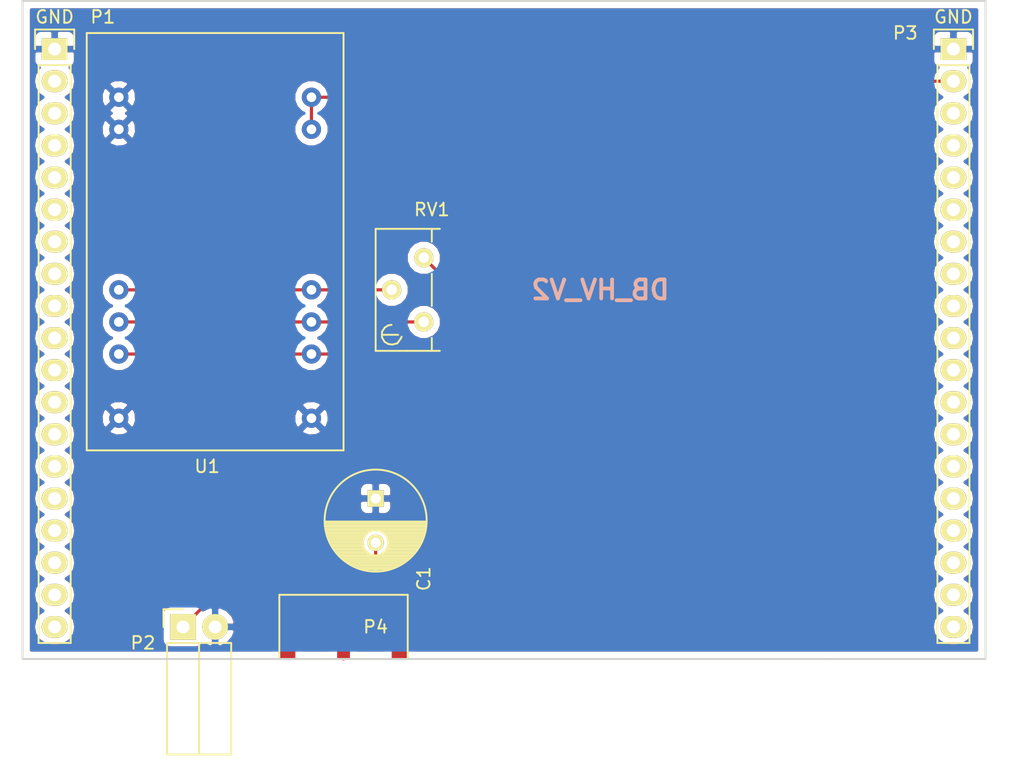
<source format=kicad_pcb>
(kicad_pcb (version 4) (host pcbnew 4.0.3+e1-6302~38~ubuntu16.04.1-stable)

  (general
    (links 20)
    (no_connects 0)
    (area 57.074999 50.724999 133.425001 102.945001)
    (thickness 1.6)
    (drawings 6)
    (tracks 24)
    (zones 0)
    (modules 7)
    (nets 6)
  )

  (page A4)
  (layers
    (0 F.Cu signal)
    (31 B.Cu signal)
    (32 B.Adhes user)
    (33 F.Adhes user)
    (34 B.Paste user)
    (35 F.Paste user)
    (36 B.SilkS user)
    (37 F.SilkS user)
    (38 B.Mask user)
    (39 F.Mask user)
    (40 Dwgs.User user)
    (41 Cmts.User user)
    (42 Eco1.User user)
    (43 Eco2.User user)
    (44 Edge.Cuts user)
    (45 Margin user)
    (46 B.CrtYd user)
    (47 F.CrtYd user)
    (48 B.Fab user)
    (49 F.Fab user)
  )

  (setup
    (last_trace_width 0.25)
    (trace_clearance 0.2)
    (zone_clearance 0.508)
    (zone_45_only no)
    (trace_min 0.2)
    (segment_width 0.2)
    (edge_width 0.15)
    (via_size 0.6)
    (via_drill 0.4)
    (via_min_size 0.4)
    (via_min_drill 0.3)
    (uvia_size 0.3)
    (uvia_drill 0.1)
    (uvias_allowed no)
    (uvia_min_size 0.2)
    (uvia_min_drill 0.1)
    (pcb_text_width 0.3)
    (pcb_text_size 1.5 1.5)
    (mod_edge_width 0.15)
    (mod_text_size 1 1)
    (mod_text_width 0.15)
    (pad_size 1.524 1.524)
    (pad_drill 0.762)
    (pad_to_mask_clearance 0.2)
    (aux_axis_origin 0 0)
    (visible_elements 7FFFFFFF)
    (pcbplotparams
      (layerselection 0x000f0_80000001)
      (usegerberextensions false)
      (excludeedgelayer true)
      (linewidth 0.100000)
      (plotframeref false)
      (viasonmask false)
      (mode 1)
      (useauxorigin false)
      (hpglpennumber 1)
      (hpglpenspeed 20)
      (hpglpendiameter 15)
      (hpglpenoverlay 2)
      (psnegative false)
      (psa4output false)
      (plotreference true)
      (plotvalue true)
      (plotinvisibletext false)
      (padsonsilk false)
      (subtractmaskfromsilk false)
      (outputformat 1)
      (mirror false)
      (drillshape 0)
      (scaleselection 1)
      (outputdirectory gerber/))
  )

  (net 0 "")
  (net 1 GND)
  (net 2 "Net-(P3-Pad2)")
  (net 3 "Net-(RV1-Pad2)")
  (net 4 "Net-(RV1-Pad1)")
  (net 5 "Net-(C1-Pad2)")

  (net_class Default "This is the default net class."
    (clearance 0.2)
    (trace_width 0.25)
    (via_dia 0.6)
    (via_drill 0.4)
    (uvia_dia 0.3)
    (uvia_drill 0.1)
    (add_net GND)
    (add_net "Net-(C1-Pad2)")
    (add_net "Net-(P3-Pad2)")
    (add_net "Net-(RV1-Pad1)")
    (add_net "Net-(RV1-Pad2)")
  )

  (module Socket_Strips:Socket_Strip_Angled_1x02 placed (layer F.Cu) (tedit 57B5687B) (tstamp 57B2E5AC)
    (at 69.85 100.33)
    (descr "Through hole socket strip")
    (tags "socket strip")
    (path /57A87C25)
    (fp_text reference P2 (at -3.175 1.27) (layer F.SilkS)
      (effects (font (size 1 1) (thickness 0.15)))
    )
    (fp_text value CONN_01X02 (at 0 -2.75) (layer F.Fab)
      (effects (font (size 1 1) (thickness 0.15)))
    )
    (fp_line (start -1.75 -1.5) (end -1.75 10.6) (layer F.CrtYd) (width 0.05))
    (fp_line (start 4.3 -1.5) (end 4.3 10.6) (layer F.CrtYd) (width 0.05))
    (fp_line (start -1.75 -1.5) (end 4.3 -1.5) (layer F.CrtYd) (width 0.05))
    (fp_line (start -1.75 10.6) (end 4.3 10.6) (layer F.CrtYd) (width 0.05))
    (fp_line (start 3.81 10.1) (end 3.81 1.27) (layer F.SilkS) (width 0.15))
    (fp_line (start 1.27 10.1) (end 3.81 10.1) (layer F.SilkS) (width 0.15))
    (fp_line (start 1.27 1.27) (end 1.27 10.1) (layer F.SilkS) (width 0.15))
    (fp_line (start 1.27 1.27) (end 3.81 1.27) (layer F.SilkS) (width 0.15))
    (fp_line (start -1.27 1.27) (end 1.27 1.27) (layer F.SilkS) (width 0.15))
    (fp_line (start 0 -1.4) (end -1.55 -1.4) (layer F.SilkS) (width 0.15))
    (fp_line (start -1.55 -1.4) (end -1.55 0) (layer F.SilkS) (width 0.15))
    (fp_line (start -1.27 1.27) (end -1.27 10.1) (layer F.SilkS) (width 0.15))
    (fp_line (start -1.27 10.1) (end 1.27 10.1) (layer F.SilkS) (width 0.15))
    (fp_line (start 1.27 10.1) (end 1.27 1.27) (layer F.SilkS) (width 0.15))
    (pad 1 thru_hole rect (at 0 0) (size 2.032 2.032) (drill 1.016) (layers *.Cu *.Mask F.SilkS)
      (net 5 "Net-(C1-Pad2)"))
    (pad 2 thru_hole oval (at 2.54 0) (size 2.032 2.032) (drill 1.016) (layers *.Cu *.Mask F.SilkS)
      (net 1 GND))
    (model Socket_Strips.3dshapes/Socket_Strip_Angled_1x02.wrl
      (at (xyz 0.05 0 0))
      (scale (xyz 1 1 1))
      (rotate (xyz 0 0 180))
    )
  )

  (module Potentiometers:Potentiometer_Bourns_3296Y_3-8Zoll_Angular_ScrewUp placed (layer F.Cu) (tedit 57B56887) (tstamp 57B2E5D2)
    (at 88.9 76.2)
    (descr "3296, 3/8, Square, Trimpot, Trimming, Potentiometer, Bourns")
    (tags "3296, 3/8, Square, Trimpot, Trimming, Potentiometer, Bourns")
    (path /57A30924)
    (fp_text reference RV1 (at 0.635 -8.89) (layer F.SilkS)
      (effects (font (size 1 1) (thickness 0.15)))
    )
    (fp_text value POT (at 0 5.08) (layer F.Fab)
      (effects (font (size 1 1) (thickness 0.15)))
    )
    (fp_line (start 0.635 1.27) (end 0.635 2.286) (layer F.SilkS) (width 0.15))
    (fp_line (start 0.635 -3.81) (end 0.635 -1.27) (layer F.SilkS) (width 0.15))
    (fp_line (start 0.635 -7.366) (end 0.635 -6.35) (layer F.SilkS) (width 0.15))
    (fp_line (start -3.302 1.016) (end -2.032 1.016) (layer F.SilkS) (width 0.15))
    (fp_line (start -2.5527 0.2286) (end -2.8067 0.2667) (layer F.SilkS) (width 0.15))
    (fp_line (start -2.8067 0.2667) (end -3.0861 0.4445) (layer F.SilkS) (width 0.15))
    (fp_line (start -3.0861 0.4445) (end -3.302 0.762) (layer F.SilkS) (width 0.15))
    (fp_line (start -3.302 0.762) (end -3.3147 1.2065) (layer F.SilkS) (width 0.15))
    (fp_line (start -3.3147 1.2065) (end -3.1115 1.5621) (layer F.SilkS) (width 0.15))
    (fp_line (start -3.1115 1.5621) (end -2.8194 1.7399) (layer F.SilkS) (width 0.15))
    (fp_line (start -2.8194 1.7399) (end -2.5019 1.7907) (layer F.SilkS) (width 0.15))
    (fp_line (start -2.5019 1.7907) (end -2.0955 1.6891) (layer F.SilkS) (width 0.15))
    (fp_line (start -2.0955 1.6891) (end -1.8415 1.3462) (layer F.SilkS) (width 0.15))
    (fp_line (start -1.8415 1.3462) (end -1.7526 1.1684) (layer F.SilkS) (width 0.15))
    (fp_line (start -2.54 2.286) (end -3.81 2.286) (layer F.SilkS) (width 0.15))
    (fp_line (start -3.81 2.286) (end -3.81 -7.366) (layer F.SilkS) (width 0.15))
    (fp_line (start -3.81 -7.366) (end 1.27 -7.366) (layer F.SilkS) (width 0.15))
    (fp_line (start 1.27 2.286) (end -1.27 2.286) (layer F.SilkS) (width 0.15))
    (fp_line (start -1.27 2.286) (end -2.54 2.286) (layer F.SilkS) (width 0.15))
    (pad 2 thru_hole circle (at -2.54 -2.54) (size 1.524 1.524) (drill 0.8128) (layers *.Cu *.Mask F.SilkS)
      (net 3 "Net-(RV1-Pad2)"))
    (pad 3 thru_hole circle (at 0 -5.08) (size 1.524 1.524) (drill 0.8128) (layers *.Cu *.Mask F.SilkS)
      (net 5 "Net-(C1-Pad2)"))
    (pad 1 thru_hole circle (at 0 0) (size 1.524 1.524) (drill 0.8128) (layers *.Cu *.Mask F.SilkS)
      (net 4 "Net-(RV1-Pad1)"))
    (model Potentiometers.3dshapes/Potentiometer_Bourns_3296Y_3-8Zoll_Angular_ScrewUp.wrl
      (at (xyz 0 0 0))
      (scale (xyz 1 1 1))
      (rotate (xyz 0 0 0))
    )
  )

  (module echopen:RECOM (layer F.Cu) (tedit 57B56881) (tstamp 57B2E5E2)
    (at 72.39 68.58)
    (path /57A30696)
    (fp_text reference U1 (at -0.635 19.05) (layer F.SilkS)
      (effects (font (size 1 1) (thickness 0.15)))
    )
    (fp_text value R05-100B (at 0 -0.5) (layer F.Fab)
      (effects (font (size 1 1) (thickness 0.15)))
    )
    (fp_line (start -10.16 -15.24) (end 10.16 -15.24) (layer F.SilkS) (width 0.15))
    (fp_line (start 10.16 -15.24) (end 10.16 17.78) (layer F.SilkS) (width 0.15))
    (fp_line (start 10.16 17.78) (end -10.16 17.78) (layer F.SilkS) (width 0.15))
    (fp_line (start -10.16 17.78) (end -10.16 -15.24) (layer F.SilkS) (width 0.15))
    (pad 2 thru_hole circle (at -7.62 -10.16) (size 1.524 1.524) (drill 0.762) (layers *.Cu *.Mask)
      (net 1 GND))
    (pad 3 thru_hole circle (at -7.62 -7.62) (size 1.524 1.524) (drill 0.762) (layers *.Cu *.Mask)
      (net 1 GND))
    (pad 8 thru_hole circle (at -7.62 5.08) (size 1.524 1.524) (drill 0.762) (layers *.Cu *.Mask)
      (net 3 "Net-(RV1-Pad2)"))
    (pad 9 thru_hole circle (at -7.62 7.62) (size 1.524 1.524) (drill 0.762) (layers *.Cu *.Mask)
      (net 4 "Net-(RV1-Pad1)"))
    (pad 10 thru_hole circle (at -7.62 10.16) (size 1.524 1.524) (drill 0.762) (layers *.Cu *.Mask)
      (net 5 "Net-(C1-Pad2)"))
    (pad 12 thru_hole circle (at -7.62 15.24) (size 1.524 1.524) (drill 0.762) (layers *.Cu *.Mask)
      (net 1 GND))
    (pad 13 thru_hole circle (at 7.62 15.24) (size 1.524 1.524) (drill 0.762) (layers *.Cu *.Mask)
      (net 1 GND))
    (pad 15 thru_hole circle (at 7.62 10.16) (size 1.524 1.524) (drill 0.762) (layers *.Cu *.Mask)
      (net 5 "Net-(C1-Pad2)"))
    (pad 16 thru_hole circle (at 7.62 7.62) (size 1.524 1.524) (drill 0.762) (layers *.Cu *.Mask)
      (net 4 "Net-(RV1-Pad1)"))
    (pad 17 thru_hole circle (at 7.62 5.08) (size 1.524 1.524) (drill 0.762) (layers *.Cu *.Mask)
      (net 3 "Net-(RV1-Pad2)"))
    (pad 22 thru_hole circle (at 7.62 -7.62) (size 1.524 1.524) (drill 0.762) (layers *.Cu *.Mask)
      (net 2 "Net-(P3-Pad2)"))
    (pad 23 thru_hole circle (at 7.62 -10.16) (size 1.524 1.524) (drill 0.762) (layers *.Cu *.Mask)
      (net 2 "Net-(P3-Pad2)"))
  )

  (module Echopen:Header_1x19 (layer F.Cu) (tedit 57BB3E57) (tstamp 57B2E5C3)
    (at 130.81 77.47)
    (descr "Through hole socket strip")
    (tags "socket strip")
    (path /57A84F58)
    (fp_text reference P3 (at -3.81 -24.13) (layer F.SilkS)
      (effects (font (size 1 1) (thickness 0.15)))
    )
    (fp_text value CONN_01X19 (at 0.635 26.035) (layer F.Fab)
      (effects (font (size 1 1) (thickness 0.15)))
    )
    (fp_text user GND (at 0 -25.4) (layer F.SilkS)
      (effects (font (size 1 1) (thickness 0.15)))
    )
    (fp_line (start 1.75 -24.61) (end -1.75 -24.61) (layer F.CrtYd) (width 0.05))
    (fp_line (start 1.75 24.64) (end -1.75 24.64) (layer F.CrtYd) (width 0.05))
    (fp_line (start 1.75 -24.61) (end 1.75 24.64) (layer F.CrtYd) (width 0.05))
    (fp_line (start -1.75 -24.61) (end -1.75 24.64) (layer F.CrtYd) (width 0.05))
    (fp_line (start -1.27 -21.59) (end -1.27 24.13) (layer F.SilkS) (width 0.15))
    (fp_line (start -1.27 24.13) (end 1.27 24.13) (layer F.SilkS) (width 0.15))
    (fp_line (start 1.27 24.13) (end 1.27 -21.59) (layer F.SilkS) (width 0.15))
    (fp_line (start -1.55 -24.41) (end -1.55 -22.86) (layer F.SilkS) (width 0.15))
    (fp_line (start -1.27 -21.59) (end 1.27 -21.59) (layer F.SilkS) (width 0.15))
    (fp_line (start 1.55 -22.86) (end 1.55 -24.41) (layer F.SilkS) (width 0.15))
    (fp_line (start 1.55 -24.41) (end -1.55 -24.41) (layer F.SilkS) (width 0.15))
    (pad 1 thru_hole rect (at 0 -22.86 270) (size 1.7272 2.032) (drill 1.016) (layers *.Cu *.Mask F.SilkS)
      (net 1 GND))
    (pad 2 thru_hole oval (at 0 -20.32 270) (size 1.7272 2.032) (drill 1.016) (layers *.Cu *.Mask F.SilkS)
      (net 2 "Net-(P3-Pad2)"))
    (pad 3 thru_hole oval (at 0 -17.78 270) (size 1.7272 2.032) (drill 1.016) (layers *.Cu *.Mask F.SilkS))
    (pad 4 thru_hole oval (at 0 -15.24 270) (size 1.7272 2.032) (drill 1.016) (layers *.Cu *.Mask F.SilkS))
    (pad 5 thru_hole oval (at 0 -12.7 270) (size 1.7272 2.032) (drill 1.016) (layers *.Cu *.Mask F.SilkS))
    (pad 6 thru_hole oval (at 0 -10.16 270) (size 1.7272 2.032) (drill 1.016) (layers *.Cu *.Mask F.SilkS))
    (pad 7 thru_hole oval (at 0 -7.62 270) (size 1.7272 2.032) (drill 1.016) (layers *.Cu *.Mask F.SilkS))
    (pad 8 thru_hole oval (at 0 -5.08 270) (size 1.7272 2.032) (drill 1.016) (layers *.Cu *.Mask F.SilkS))
    (pad 9 thru_hole oval (at 0 -2.54 270) (size 1.7272 2.032) (drill 1.016) (layers *.Cu *.Mask F.SilkS))
    (pad 10 thru_hole oval (at 0 0 270) (size 1.7272 2.032) (drill 1.016) (layers *.Cu *.Mask F.SilkS))
    (pad 11 thru_hole oval (at 0 2.54 270) (size 1.7272 2.032) (drill 1.016) (layers *.Cu *.Mask F.SilkS))
    (pad 12 thru_hole oval (at 0 5.08 270) (size 1.7272 2.032) (drill 1.016) (layers *.Cu *.Mask F.SilkS))
    (pad 13 thru_hole oval (at 0 7.62 270) (size 1.7272 2.032) (drill 1.016) (layers *.Cu *.Mask F.SilkS))
    (pad 14 thru_hole oval (at 0 10.16 270) (size 1.7272 2.032) (drill 1.016) (layers *.Cu *.Mask F.SilkS))
    (pad 15 thru_hole oval (at 0 12.7 270) (size 1.7272 2.032) (drill 1.016) (layers *.Cu *.Mask F.SilkS))
    (pad 16 thru_hole oval (at 0 15.24 270) (size 1.7272 2.032) (drill 1.016) (layers *.Cu *.Mask F.SilkS))
    (pad 17 thru_hole oval (at 0 17.78 270) (size 1.7272 2.032) (drill 1.016) (layers *.Cu *.Mask F.SilkS))
    (pad 18 thru_hole oval (at 0 20.32 270) (size 1.7272 2.032) (drill 1.016) (layers *.Cu *.Mask F.SilkS))
    (pad 19 thru_hole oval (at 0 22.86 270) (size 1.7272 2.032) (drill 1.016) (layers *.Cu *.Mask F.SilkS))
    (model Socket_Strips.3dshapes/Socket_Strip_Straight_1x19.wrl
      (at (xyz 0 0 0))
      (scale (xyz 1 1 1))
      (rotate (xyz 0 0 90))
    )
  )

  (module Echopen:Header_1x19 (layer F.Cu) (tedit 57BB3E4F) (tstamp 57B2E5A6)
    (at 59.69 77.47)
    (descr "Through hole socket strip")
    (tags "socket strip")
    (path /57A84D1F)
    (fp_text reference P1 (at 3.81 -25.4) (layer F.SilkS)
      (effects (font (size 1 1) (thickness 0.15)))
    )
    (fp_text value CONN_01X19 (at 0.635 26.035) (layer F.Fab)
      (effects (font (size 1 1) (thickness 0.15)))
    )
    (fp_text user GND (at 0 -25.4) (layer F.SilkS)
      (effects (font (size 1 1) (thickness 0.15)))
    )
    (fp_line (start 1.75 -24.61) (end -1.75 -24.61) (layer F.CrtYd) (width 0.05))
    (fp_line (start 1.75 24.64) (end -1.75 24.64) (layer F.CrtYd) (width 0.05))
    (fp_line (start 1.75 -24.61) (end 1.75 24.64) (layer F.CrtYd) (width 0.05))
    (fp_line (start -1.75 -24.61) (end -1.75 24.64) (layer F.CrtYd) (width 0.05))
    (fp_line (start -1.27 -21.59) (end -1.27 24.13) (layer F.SilkS) (width 0.15))
    (fp_line (start -1.27 24.13) (end 1.27 24.13) (layer F.SilkS) (width 0.15))
    (fp_line (start 1.27 24.13) (end 1.27 -21.59) (layer F.SilkS) (width 0.15))
    (fp_line (start -1.55 -24.41) (end -1.55 -22.86) (layer F.SilkS) (width 0.15))
    (fp_line (start -1.27 -21.59) (end 1.27 -21.59) (layer F.SilkS) (width 0.15))
    (fp_line (start 1.55 -22.86) (end 1.55 -24.41) (layer F.SilkS) (width 0.15))
    (fp_line (start 1.55 -24.41) (end -1.55 -24.41) (layer F.SilkS) (width 0.15))
    (pad 1 thru_hole rect (at 0 -22.86 270) (size 1.7272 2.032) (drill 1.016) (layers *.Cu *.Mask F.SilkS)
      (net 1 GND))
    (pad 2 thru_hole oval (at 0 -20.32 270) (size 1.7272 2.032) (drill 1.016) (layers *.Cu *.Mask F.SilkS))
    (pad 3 thru_hole oval (at 0 -17.78 270) (size 1.7272 2.032) (drill 1.016) (layers *.Cu *.Mask F.SilkS))
    (pad 4 thru_hole oval (at 0 -15.24 270) (size 1.7272 2.032) (drill 1.016) (layers *.Cu *.Mask F.SilkS))
    (pad 5 thru_hole oval (at 0 -12.7 270) (size 1.7272 2.032) (drill 1.016) (layers *.Cu *.Mask F.SilkS))
    (pad 6 thru_hole oval (at 0 -10.16 270) (size 1.7272 2.032) (drill 1.016) (layers *.Cu *.Mask F.SilkS))
    (pad 7 thru_hole oval (at 0 -7.62 270) (size 1.7272 2.032) (drill 1.016) (layers *.Cu *.Mask F.SilkS))
    (pad 8 thru_hole oval (at 0 -5.08 270) (size 1.7272 2.032) (drill 1.016) (layers *.Cu *.Mask F.SilkS))
    (pad 9 thru_hole oval (at 0 -2.54 270) (size 1.7272 2.032) (drill 1.016) (layers *.Cu *.Mask F.SilkS))
    (pad 10 thru_hole oval (at 0 0 270) (size 1.7272 2.032) (drill 1.016) (layers *.Cu *.Mask F.SilkS))
    (pad 11 thru_hole oval (at 0 2.54 270) (size 1.7272 2.032) (drill 1.016) (layers *.Cu *.Mask F.SilkS))
    (pad 12 thru_hole oval (at 0 5.08 270) (size 1.7272 2.032) (drill 1.016) (layers *.Cu *.Mask F.SilkS))
    (pad 13 thru_hole oval (at 0 7.62 270) (size 1.7272 2.032) (drill 1.016) (layers *.Cu *.Mask F.SilkS))
    (pad 14 thru_hole oval (at 0 10.16 270) (size 1.7272 2.032) (drill 1.016) (layers *.Cu *.Mask F.SilkS))
    (pad 15 thru_hole oval (at 0 12.7 270) (size 1.7272 2.032) (drill 1.016) (layers *.Cu *.Mask F.SilkS))
    (pad 16 thru_hole oval (at 0 15.24 270) (size 1.7272 2.032) (drill 1.016) (layers *.Cu *.Mask F.SilkS))
    (pad 17 thru_hole oval (at 0 17.78 270) (size 1.7272 2.032) (drill 1.016) (layers *.Cu *.Mask F.SilkS))
    (pad 18 thru_hole oval (at 0 20.32 270) (size 1.7272 2.032) (drill 1.016) (layers *.Cu *.Mask F.SilkS))
    (pad 19 thru_hole oval (at 0 22.86 270) (size 1.7272 2.032) (drill 1.016) (layers *.Cu *.Mask F.SilkS))
    (model Socket_Strips.3dshapes/Socket_Strip_Straight_1x19.wrl
      (at (xyz 0 0 0))
      (scale (xyz 1 1 1))
      (rotate (xyz 0 0 90))
    )
  )

  (module Echopen:SMA (layer F.Cu) (tedit 57B6CD4E) (tstamp 57B2E5CB)
    (at 82.55 100.33)
    (path /57A87B90)
    (fp_text reference P4 (at 2.54 0) (layer F.SilkS)
      (effects (font (size 1 1) (thickness 0.15)))
    )
    (fp_text value SMA (at -2.54 0) (layer F.Fab)
      (effects (font (size 1 1) (thickness 0.15)))
    )
    (fp_line (start -5.08 -2.54) (end 5.08 -2.54) (layer F.SilkS) (width 0.15))
    (fp_line (start 5.08 -2.54) (end 5.08 2.54) (layer F.SilkS) (width 0.15))
    (fp_line (start 5.08 2.54) (end -5.08 2.54) (layer F.SilkS) (width 0.15))
    (fp_line (start -5.08 2.54) (end -5.08 -2.54) (layer F.SilkS) (width 0.15))
    (pad 2 smd rect (at -5.08 0) (size 1.27 5.08) (drill (offset 0.635 0)) (layers *.Paste *.Mask F.Cu)
      (net 1 GND))
    (pad 2 smd rect (at 5.08 0) (size 1.27 5.08) (drill (offset -0.635 0)) (layers *.Paste *.Mask F.Cu)
      (net 1 GND))
    (pad 1 smd rect (at 0 0) (size 1.016 5.08) (layers F.Cu F.Paste F.Mask)
      (net 5 "Net-(C1-Pad2)"))
    (model ../../../../../home/echopen/Bureau/GitHub/electronic/kicad/Librairy/3d/sma_90_r300.124.403.wrl
      (at (xyz 0 -0.15 0))
      (scale (xyz 0.9 0.9 0.9))
      (rotate (xyz 0 0 0))
    )
  )

  (module Echopen:CP_TH_common (layer F.Cu) (tedit 57B58060) (tstamp 57C05BA7)
    (at 85.09 90.17 270)
    (descr "Radial Electrolytic Capacitor Diameter 8mm x Length 11.5mm, Pitch 3.5mm")
    (tags "Electrolytic Capacitor")
    (path /57C05B74)
    (fp_text reference C1 (at 6.35 -3.81 270) (layer F.SilkS)
      (effects (font (size 1 1) (thickness 0.15)))
    )
    (fp_text value "4,7u (150V)" (at 1.27 1.905 270) (layer F.Fab)
      (effects (font (size 1 1) (thickness 0.15)))
    )
    (fp_line (start 1.825 -3.999) (end 1.825 3.999) (layer F.SilkS) (width 0.15))
    (fp_line (start 1.965 -3.994) (end 1.965 3.994) (layer F.SilkS) (width 0.15))
    (fp_line (start 2.105 -3.984) (end 2.105 3.984) (layer F.SilkS) (width 0.15))
    (fp_line (start 2.245 -3.969) (end 2.245 3.969) (layer F.SilkS) (width 0.15))
    (fp_line (start 2.385 -3.949) (end 2.385 3.949) (layer F.SilkS) (width 0.15))
    (fp_line (start 2.525 -3.924) (end 2.525 -0.222) (layer F.SilkS) (width 0.15))
    (fp_line (start 2.525 0.222) (end 2.525 3.924) (layer F.SilkS) (width 0.15))
    (fp_line (start 2.665 -3.894) (end 2.665 -0.55) (layer F.SilkS) (width 0.15))
    (fp_line (start 2.665 0.55) (end 2.665 3.894) (layer F.SilkS) (width 0.15))
    (fp_line (start 2.805 -3.858) (end 2.805 -0.719) (layer F.SilkS) (width 0.15))
    (fp_line (start 2.805 0.719) (end 2.805 3.858) (layer F.SilkS) (width 0.15))
    (fp_line (start 2.945 -3.817) (end 2.945 -0.832) (layer F.SilkS) (width 0.15))
    (fp_line (start 2.945 0.832) (end 2.945 3.817) (layer F.SilkS) (width 0.15))
    (fp_line (start 3.085 -3.771) (end 3.085 -0.91) (layer F.SilkS) (width 0.15))
    (fp_line (start 3.085 0.91) (end 3.085 3.771) (layer F.SilkS) (width 0.15))
    (fp_line (start 3.225 -3.718) (end 3.225 -0.961) (layer F.SilkS) (width 0.15))
    (fp_line (start 3.225 0.961) (end 3.225 3.718) (layer F.SilkS) (width 0.15))
    (fp_line (start 3.365 -3.659) (end 3.365 -0.991) (layer F.SilkS) (width 0.15))
    (fp_line (start 3.365 0.991) (end 3.365 3.659) (layer F.SilkS) (width 0.15))
    (fp_line (start 3.505 -3.594) (end 3.505 -1) (layer F.SilkS) (width 0.15))
    (fp_line (start 3.505 1) (end 3.505 3.594) (layer F.SilkS) (width 0.15))
    (fp_line (start 3.645 -3.523) (end 3.645 -0.989) (layer F.SilkS) (width 0.15))
    (fp_line (start 3.645 0.989) (end 3.645 3.523) (layer F.SilkS) (width 0.15))
    (fp_line (start 3.785 -3.444) (end 3.785 -0.959) (layer F.SilkS) (width 0.15))
    (fp_line (start 3.785 0.959) (end 3.785 3.444) (layer F.SilkS) (width 0.15))
    (fp_line (start 3.925 -3.357) (end 3.925 -0.905) (layer F.SilkS) (width 0.15))
    (fp_line (start 3.925 0.905) (end 3.925 3.357) (layer F.SilkS) (width 0.15))
    (fp_line (start 4.065 -3.262) (end 4.065 -0.825) (layer F.SilkS) (width 0.15))
    (fp_line (start 4.065 0.825) (end 4.065 3.262) (layer F.SilkS) (width 0.15))
    (fp_line (start 4.205 -3.158) (end 4.205 -0.709) (layer F.SilkS) (width 0.15))
    (fp_line (start 4.205 0.709) (end 4.205 3.158) (layer F.SilkS) (width 0.15))
    (fp_line (start 4.345 -3.044) (end 4.345 -0.535) (layer F.SilkS) (width 0.15))
    (fp_line (start 4.345 0.535) (end 4.345 3.044) (layer F.SilkS) (width 0.15))
    (fp_line (start 4.485 -2.919) (end 4.485 -0.173) (layer F.SilkS) (width 0.15))
    (fp_line (start 4.485 0.173) (end 4.485 2.919) (layer F.SilkS) (width 0.15))
    (fp_line (start 4.625 -2.781) (end 4.625 2.781) (layer F.SilkS) (width 0.15))
    (fp_line (start 4.765 -2.629) (end 4.765 2.629) (layer F.SilkS) (width 0.15))
    (fp_line (start 4.905 -2.459) (end 4.905 2.459) (layer F.SilkS) (width 0.15))
    (fp_line (start 5.045 -2.268) (end 5.045 2.268) (layer F.SilkS) (width 0.15))
    (fp_line (start 5.185 -2.05) (end 5.185 2.05) (layer F.SilkS) (width 0.15))
    (fp_line (start 5.325 -1.794) (end 5.325 1.794) (layer F.SilkS) (width 0.15))
    (fp_line (start 5.465 -1.483) (end 5.465 1.483) (layer F.SilkS) (width 0.15))
    (fp_line (start 5.605 -1.067) (end 5.605 1.067) (layer F.SilkS) (width 0.15))
    (fp_line (start 5.745 -0.2) (end 5.745 0.2) (layer F.SilkS) (width 0.15))
    (fp_circle (center 3.5 0) (end 3.5 -1) (layer F.SilkS) (width 0.15))
    (fp_circle (center 1.75 0) (end 1.75 -4.0375) (layer F.SilkS) (width 0.15))
    (fp_circle (center 1.75 0) (end 1.75 -4.3) (layer F.CrtYd) (width 0.05))
    (pad 2 thru_hole circle (at 3.5 0 270) (size 1.3 1.3) (drill 0.8) (layers *.Cu *.Mask F.SilkS)
      (net 5 "Net-(C1-Pad2)"))
    (pad 1 thru_hole rect (at 0 0 270) (size 1.3 1.3) (drill 0.8) (layers *.Cu *.Mask F.SilkS)
      (net 1 GND))
    (model Capacitors_ThroughHole.3dshapes/C_Radial_D8_L11.5_P3.5.wrl
      (at (xyz 0 0 0))
      (scale (xyz 1 1 1))
      (rotate (xyz 0 0 0))
    )
  )

  (gr_text DB_HV_V2 (at 102.87 73.66) (layer B.SilkS)
    (effects (font (size 1.5 1.5) (thickness 0.3)) (justify mirror))
  )
  (gr_line (start 133.35 102.87) (end 120.65 102.87) (angle 90) (layer Edge.Cuts) (width 0.15))
  (gr_line (start 133.35 50.8) (end 133.35 102.87) (angle 90) (layer Edge.Cuts) (width 0.15))
  (gr_line (start 57.15 50.8) (end 133.35 50.8) (angle 90) (layer Edge.Cuts) (width 0.15))
  (gr_line (start 120.65 102.87) (end 57.15 102.87) (angle 90) (layer Edge.Cuts) (width 0.15))
  (gr_line (start 57.15 50.8) (end 57.15 102.87) (angle 90) (layer Edge.Cuts) (width 0.15))

  (segment (start 80.01 58.42) (end 87.63 58.42) (width 0.25) (layer F.Cu) (net 2))
  (segment (start 88.9 57.15) (end 130.81 57.15) (width 0.25) (layer F.Cu) (net 2) (tstamp 57BB4290) (status 20))
  (segment (start 87.63 58.42) (end 88.9 57.15) (width 0.25) (layer F.Cu) (net 2) (tstamp 57BB428E))
  (segment (start 80.01 60.96) (end 80.01 58.42) (width 0.25) (layer F.Cu) (net 2))
  (segment (start 80.01 73.66) (end 86.36 73.66) (width 0.25) (layer F.Cu) (net 3))
  (segment (start 64.77 73.66) (end 80.01 73.66) (width 0.25) (layer F.Cu) (net 3))
  (segment (start 80.01 76.2) (end 88.9 76.2) (width 0.25) (layer F.Cu) (net 4))
  (segment (start 64.77 76.2) (end 80.01 76.2) (width 0.25) (layer F.Cu) (net 4))
  (segment (start 82.55 100.33) (end 82.55 97.79) (width 0.25) (layer F.Cu) (net 5))
  (segment (start 82.55 97.79) (end 85.09 95.25) (width 0.25) (layer F.Cu) (net 5) (tstamp 57C05C47))
  (segment (start 85.09 95.25) (end 85.09 93.67) (width 0.25) (layer F.Cu) (net 5) (tstamp 57C05C49))
  (segment (start 76.2 96.52) (end 76.2 78.74) (width 0.25) (layer F.Cu) (net 5))
  (segment (start 69.85 100.33) (end 73.66 96.52) (width 0.25) (layer F.Cu) (net 5))
  (segment (start 81.28 96.52) (end 82.55 97.79) (width 0.25) (layer F.Cu) (net 5) (tstamp 57BB4295))
  (segment (start 76.2 96.52) (end 81.28 96.52) (width 0.25) (layer F.Cu) (net 5) (tstamp 57BB429A))
  (segment (start 73.66 96.52) (end 76.2 96.52) (width 0.25) (layer F.Cu) (net 5) (tstamp 57BB4294))
  (segment (start 82.55 102.87) (end 82.55 100.33) (width 0.25) (layer F.Cu) (net 5) (tstamp 57B2F383) (status 30))
  (segment (start 88.9 71.12) (end 91.44 73.66) (width 0.25) (layer F.Cu) (net 5))
  (segment (start 82.55 78.74) (end 80.01 78.74) (width 0.25) (layer F.Cu) (net 5) (tstamp 57B2F35E))
  (segment (start 83.82 80.01) (end 82.55 78.74) (width 0.25) (layer F.Cu) (net 5) (tstamp 57B2F35D))
  (segment (start 91.44 80.01) (end 83.82 80.01) (width 0.25) (layer F.Cu) (net 5) (tstamp 57B2F35C))
  (segment (start 91.44 73.66) (end 91.44 80.01) (width 0.25) (layer F.Cu) (net 5) (tstamp 57B2F35B))
  (segment (start 64.77 78.74) (end 76.2 78.74) (width 0.25) (layer F.Cu) (net 5))
  (segment (start 76.2 78.74) (end 80.01 78.74) (width 0.25) (layer F.Cu) (net 5) (tstamp 57BB429E))

  (zone (net 1) (net_name GND) (layer F.Cu) (tstamp 57BEC143) (hatch edge 0.508)
    (connect_pads (clearance 0.508))
    (min_thickness 0.254)
    (fill yes (arc_segments 16) (thermal_gap 0.508) (thermal_bridge_width 0.508))
    (polygon
      (pts
        (xy 133.35 102.87) (xy 57.15 102.87) (xy 57.15 50.8) (xy 133.35 50.8)
      )
    )
    (filled_polygon
      (pts
        (xy 132.64 102.16) (xy 88.265 102.16) (xy 88.265 100.61575) (xy 88.10625 100.457) (xy 87.122 100.457)
        (xy 87.122 100.477) (xy 86.868 100.477) (xy 86.868 100.457) (xy 85.88375 100.457) (xy 85.725 100.61575)
        (xy 85.725 102.16) (xy 83.70544 102.16) (xy 83.70544 97.79) (xy 83.69267 97.722132) (xy 83.751112 97.66369)
        (xy 85.725 97.66369) (xy 85.725 100.04425) (xy 85.88375 100.203) (xy 86.868 100.203) (xy 86.868 97.31375)
        (xy 87.122 97.31375) (xy 87.122 100.203) (xy 88.10625 100.203) (xy 88.265 100.04425) (xy 88.265 97.66369)
        (xy 88.168327 97.430301) (xy 87.989698 97.251673) (xy 87.756309 97.155) (xy 87.28075 97.155) (xy 87.122 97.31375)
        (xy 86.868 97.31375) (xy 86.70925 97.155) (xy 86.233691 97.155) (xy 86.000302 97.251673) (xy 85.821673 97.430301)
        (xy 85.725 97.66369) (xy 83.751112 97.66369) (xy 85.627401 95.787401) (xy 85.792148 95.54084) (xy 85.801746 95.492586)
        (xy 85.85 95.25) (xy 85.85 94.727006) (xy 86.178735 94.398845) (xy 86.374777 93.926724) (xy 86.375223 93.415519)
        (xy 86.180005 92.943057) (xy 85.818845 92.581265) (xy 85.346724 92.385223) (xy 84.835519 92.384777) (xy 84.363057 92.579995)
        (xy 84.001265 92.941155) (xy 83.805223 93.413276) (xy 83.804777 93.924481) (xy 83.999995 94.396943) (xy 84.33 94.727525)
        (xy 84.33 94.935198) (xy 82.55 96.715198) (xy 81.817401 95.982599) (xy 81.570839 95.817852) (xy 81.28 95.76)
        (xy 76.96 95.76) (xy 76.96 90.45575) (xy 83.805 90.45575) (xy 83.805 90.946309) (xy 83.901673 91.179698)
        (xy 84.080301 91.358327) (xy 84.31369 91.455) (xy 84.80425 91.455) (xy 84.963 91.29625) (xy 84.963 90.297)
        (xy 85.217 90.297) (xy 85.217 91.29625) (xy 85.37575 91.455) (xy 85.86631 91.455) (xy 86.099699 91.358327)
        (xy 86.278327 91.179698) (xy 86.375 90.946309) (xy 86.375 90.45575) (xy 86.21625 90.297) (xy 85.217 90.297)
        (xy 84.963 90.297) (xy 83.96375 90.297) (xy 83.805 90.45575) (xy 76.96 90.45575) (xy 76.96 89.393691)
        (xy 83.805 89.393691) (xy 83.805 89.88425) (xy 83.96375 90.043) (xy 84.963 90.043) (xy 84.963 89.04375)
        (xy 85.217 89.04375) (xy 85.217 90.043) (xy 86.21625 90.043) (xy 86.375 89.88425) (xy 86.375 89.393691)
        (xy 86.278327 89.160302) (xy 86.099699 88.981673) (xy 85.86631 88.885) (xy 85.37575 88.885) (xy 85.217 89.04375)
        (xy 84.963 89.04375) (xy 84.80425 88.885) (xy 84.31369 88.885) (xy 84.080301 88.981673) (xy 83.901673 89.160302)
        (xy 83.805 89.393691) (xy 76.96 89.393691) (xy 76.96 84.800213) (xy 79.209392 84.800213) (xy 79.278857 85.042397)
        (xy 79.802302 85.229144) (xy 80.357368 85.201362) (xy 80.741143 85.042397) (xy 80.810608 84.800213) (xy 80.01 83.999605)
        (xy 79.209392 84.800213) (xy 76.96 84.800213) (xy 76.96 83.612302) (xy 78.600856 83.612302) (xy 78.628638 84.167368)
        (xy 78.787603 84.551143) (xy 79.029787 84.620608) (xy 79.830395 83.82) (xy 80.189605 83.82) (xy 80.990213 84.620608)
        (xy 81.232397 84.551143) (xy 81.419144 84.027698) (xy 81.391362 83.472632) (xy 81.232397 83.088857) (xy 80.990213 83.019392)
        (xy 80.189605 83.82) (xy 79.830395 83.82) (xy 79.029787 83.019392) (xy 78.787603 83.088857) (xy 78.600856 83.612302)
        (xy 76.96 83.612302) (xy 76.96 82.839787) (xy 79.209392 82.839787) (xy 80.01 83.640395) (xy 80.810608 82.839787)
        (xy 80.741143 82.597603) (xy 80.217698 82.410856) (xy 79.662632 82.438638) (xy 79.278857 82.597603) (xy 79.209392 82.839787)
        (xy 76.96 82.839787) (xy 76.96 79.5) (xy 78.812469 79.5) (xy 78.82499 79.530303) (xy 79.21763 79.923629)
        (xy 79.7309 80.136757) (xy 80.286661 80.137242) (xy 80.800303 79.92501) (xy 81.193629 79.53237) (xy 81.20707 79.5)
        (xy 82.235198 79.5) (xy 83.282599 80.547401) (xy 83.52916 80.712148) (xy 83.82 80.77) (xy 91.44 80.77)
        (xy 91.730839 80.712148) (xy 91.977401 80.547401) (xy 92.142148 80.300839) (xy 92.2 80.01) (xy 92.2 73.66)
        (xy 92.142148 73.369161) (xy 92.142148 73.36916) (xy 91.977401 73.122599) (xy 90.284183 71.429381) (xy 90.296757 71.3991)
        (xy 90.297242 70.843339) (xy 90.08501 70.329697) (xy 89.69237 69.936371) (xy 89.1791 69.723243) (xy 88.623339 69.722758)
        (xy 88.109697 69.93499) (xy 87.716371 70.32763) (xy 87.503243 70.8409) (xy 87.502758 71.396661) (xy 87.71499 71.910303)
        (xy 88.10763 72.303629) (xy 88.6209 72.516757) (xy 89.176661 72.517242) (xy 89.209055 72.503857) (xy 90.68 73.974802)
        (xy 90.68 79.25) (xy 84.134802 79.25) (xy 83.087401 78.202599) (xy 82.840839 78.037852) (xy 82.55 77.98)
        (xy 81.207531 77.98) (xy 81.19501 77.949697) (xy 80.80237 77.556371) (xy 80.594488 77.470051) (xy 80.800303 77.38501)
        (xy 81.193629 76.99237) (xy 81.20707 76.96) (xy 87.702469 76.96) (xy 87.71499 76.990303) (xy 88.10763 77.383629)
        (xy 88.6209 77.596757) (xy 89.176661 77.597242) (xy 89.690303 77.38501) (xy 90.083629 76.99237) (xy 90.296757 76.4791)
        (xy 90.297242 75.923339) (xy 90.08501 75.409697) (xy 89.69237 75.016371) (xy 89.1791 74.803243) (xy 88.623339 74.802758)
        (xy 88.109697 75.01499) (xy 87.716371 75.40763) (xy 87.70293 75.44) (xy 81.207531 75.44) (xy 81.19501 75.409697)
        (xy 80.80237 75.016371) (xy 80.594488 74.930051) (xy 80.800303 74.84501) (xy 81.193629 74.45237) (xy 81.20707 74.42)
        (xy 85.162469 74.42) (xy 85.17499 74.450303) (xy 85.56763 74.843629) (xy 86.0809 75.056757) (xy 86.636661 75.057242)
        (xy 87.150303 74.84501) (xy 87.543629 74.45237) (xy 87.756757 73.9391) (xy 87.757242 73.383339) (xy 87.54501 72.869697)
        (xy 87.15237 72.476371) (xy 86.6391 72.263243) (xy 86.083339 72.262758) (xy 85.569697 72.47499) (xy 85.176371 72.86763)
        (xy 85.16293 72.9) (xy 81.207531 72.9) (xy 81.19501 72.869697) (xy 80.80237 72.476371) (xy 80.2891 72.263243)
        (xy 79.733339 72.262758) (xy 79.219697 72.47499) (xy 78.826371 72.86763) (xy 78.81293 72.9) (xy 65.967531 72.9)
        (xy 65.95501 72.869697) (xy 65.56237 72.476371) (xy 65.0491 72.263243) (xy 64.493339 72.262758) (xy 63.979697 72.47499)
        (xy 63.586371 72.86763) (xy 63.373243 73.3809) (xy 63.372758 73.936661) (xy 63.58499 74.450303) (xy 63.97763 74.843629)
        (xy 64.185512 74.929949) (xy 63.979697 75.01499) (xy 63.586371 75.40763) (xy 63.373243 75.9209) (xy 63.372758 76.476661)
        (xy 63.58499 76.990303) (xy 63.97763 77.383629) (xy 64.185512 77.469949) (xy 63.979697 77.55499) (xy 63.586371 77.94763)
        (xy 63.373243 78.4609) (xy 63.372758 79.016661) (xy 63.58499 79.530303) (xy 63.97763 79.923629) (xy 64.4909 80.136757)
        (xy 65.046661 80.137242) (xy 65.560303 79.92501) (xy 65.953629 79.53237) (xy 65.96707 79.5) (xy 75.44 79.5)
        (xy 75.44 95.76) (xy 73.66 95.76) (xy 73.369161 95.817852) (xy 73.122599 95.982599) (xy 70.438638 98.66656)
        (xy 68.834 98.66656) (xy 68.598683 98.710838) (xy 68.382559 98.84991) (xy 68.237569 99.06211) (xy 68.18656 99.314)
        (xy 68.18656 101.346) (xy 68.230838 101.581317) (xy 68.36991 101.797441) (xy 68.58211 101.942431) (xy 68.834 101.99344)
        (xy 70.866 101.99344) (xy 71.101317 101.949162) (xy 71.317441 101.81009) (xy 71.417856 101.663128) (xy 71.421621 101.667188)
        (xy 72.007054 101.935983) (xy 72.263 101.817367) (xy 72.263 100.457) (xy 72.517 100.457) (xy 72.517 101.817367)
        (xy 72.772946 101.935983) (xy 73.358379 101.667188) (xy 73.796385 101.194818) (xy 73.995975 100.712944) (xy 73.876836 100.457)
        (xy 72.517 100.457) (xy 72.263 100.457) (xy 72.243 100.457) (xy 72.243 100.203) (xy 72.263 100.203)
        (xy 72.263 100.183) (xy 72.517 100.183) (xy 72.517 100.203) (xy 73.876836 100.203) (xy 73.995975 99.947056)
        (xy 73.796385 99.465182) (xy 73.358379 98.992812) (xy 72.772946 98.724017) (xy 72.517002 98.842632) (xy 72.517002 98.7378)
        (xy 73.974802 97.28) (xy 77.081975 97.28) (xy 76.931673 97.430301) (xy 76.835 97.66369) (xy 76.835 100.04425)
        (xy 76.99375 100.203) (xy 77.978 100.203) (xy 77.978 100.183) (xy 78.232 100.183) (xy 78.232 100.203)
        (xy 79.21625 100.203) (xy 79.375 100.04425) (xy 79.375 97.66369) (xy 79.278327 97.430301) (xy 79.128025 97.28)
        (xy 80.965198 97.28) (xy 81.40814 97.722942) (xy 81.39456 97.79) (xy 81.39456 102.16) (xy 79.375 102.16)
        (xy 79.375 100.61575) (xy 79.21625 100.457) (xy 78.232 100.457) (xy 78.232 100.477) (xy 77.978 100.477)
        (xy 77.978 100.457) (xy 76.99375 100.457) (xy 76.835 100.61575) (xy 76.835 102.16) (xy 57.86 102.16)
        (xy 57.86 57.15) (xy 58.006655 57.15) (xy 58.120729 57.723489) (xy 58.445585 58.20967) (xy 58.760366 58.42)
        (xy 58.445585 58.63033) (xy 58.120729 59.116511) (xy 58.006655 59.69) (xy 58.120729 60.263489) (xy 58.445585 60.74967)
        (xy 58.760366 60.96) (xy 58.445585 61.17033) (xy 58.120729 61.656511) (xy 58.006655 62.23) (xy 58.120729 62.803489)
        (xy 58.445585 63.28967) (xy 58.760366 63.5) (xy 58.445585 63.71033) (xy 58.120729 64.196511) (xy 58.006655 64.77)
        (xy 58.120729 65.343489) (xy 58.445585 65.82967) (xy 58.760366 66.04) (xy 58.445585 66.25033) (xy 58.120729 66.736511)
        (xy 58.006655 67.31) (xy 58.120729 67.883489) (xy 58.445585 68.36967) (xy 58.760366 68.58) (xy 58.445585 68.79033)
        (xy 58.120729 69.276511) (xy 58.006655 69.85) (xy 58.120729 70.423489) (xy 58.445585 70.90967) (xy 58.760366 71.12)
        (xy 58.445585 71.33033) (xy 58.120729 71.816511) (xy 58.006655 72.39) (xy 58.120729 72.963489) (xy 58.445585 73.44967)
        (xy 58.760366 73.66) (xy 58.445585 73.87033) (xy 58.120729 74.356511) (xy 58.006655 74.93) (xy 58.120729 75.503489)
        (xy 58.445585 75.98967) (xy 58.760366 76.2) (xy 58.445585 76.41033) (xy 58.120729 76.896511) (xy 58.006655 77.47)
        (xy 58.120729 78.043489) (xy 58.445585 78.52967) (xy 58.760366 78.74) (xy 58.445585 78.95033) (xy 58.120729 79.436511)
        (xy 58.006655 80.01) (xy 58.120729 80.583489) (xy 58.445585 81.06967) (xy 58.760366 81.28) (xy 58.445585 81.49033)
        (xy 58.120729 81.976511) (xy 58.006655 82.55) (xy 58.120729 83.123489) (xy 58.445585 83.60967) (xy 58.760366 83.82)
        (xy 58.445585 84.03033) (xy 58.120729 84.516511) (xy 58.006655 85.09) (xy 58.120729 85.663489) (xy 58.445585 86.14967)
        (xy 58.760366 86.36) (xy 58.445585 86.57033) (xy 58.120729 87.056511) (xy 58.006655 87.63) (xy 58.120729 88.203489)
        (xy 58.445585 88.68967) (xy 58.760366 88.9) (xy 58.445585 89.11033) (xy 58.120729 89.596511) (xy 58.006655 90.17)
        (xy 58.120729 90.743489) (xy 58.445585 91.22967) (xy 58.760366 91.44) (xy 58.445585 91.65033) (xy 58.120729 92.136511)
        (xy 58.006655 92.71) (xy 58.120729 93.283489) (xy 58.445585 93.76967) (xy 58.760366 93.98) (xy 58.445585 94.19033)
        (xy 58.120729 94.676511) (xy 58.006655 95.25) (xy 58.120729 95.823489) (xy 58.445585 96.30967) (xy 58.760366 96.52)
        (xy 58.445585 96.73033) (xy 58.120729 97.216511) (xy 58.006655 97.79) (xy 58.120729 98.363489) (xy 58.445585 98.84967)
        (xy 58.760366 99.06) (xy 58.445585 99.27033) (xy 58.120729 99.756511) (xy 58.006655 100.33) (xy 58.120729 100.903489)
        (xy 58.445585 101.38967) (xy 58.931766 101.714526) (xy 59.505255 101.8286) (xy 59.874745 101.8286) (xy 60.448234 101.714526)
        (xy 60.934415 101.38967) (xy 61.259271 100.903489) (xy 61.373345 100.33) (xy 61.259271 99.756511) (xy 60.934415 99.27033)
        (xy 60.619634 99.06) (xy 60.934415 98.84967) (xy 61.259271 98.363489) (xy 61.373345 97.79) (xy 61.259271 97.216511)
        (xy 60.934415 96.73033) (xy 60.619634 96.52) (xy 60.934415 96.30967) (xy 61.259271 95.823489) (xy 61.373345 95.25)
        (xy 61.259271 94.676511) (xy 60.934415 94.19033) (xy 60.619634 93.98) (xy 60.934415 93.76967) (xy 61.259271 93.283489)
        (xy 61.373345 92.71) (xy 61.259271 92.136511) (xy 60.934415 91.65033) (xy 60.619634 91.44) (xy 60.934415 91.22967)
        (xy 61.259271 90.743489) (xy 61.373345 90.17) (xy 61.259271 89.596511) (xy 60.934415 89.11033) (xy 60.619634 88.9)
        (xy 60.934415 88.68967) (xy 61.259271 88.203489) (xy 61.373345 87.63) (xy 61.259271 87.056511) (xy 60.934415 86.57033)
        (xy 60.619634 86.36) (xy 60.934415 86.14967) (xy 61.259271 85.663489) (xy 61.373345 85.09) (xy 61.315703 84.800213)
        (xy 63.969392 84.800213) (xy 64.038857 85.042397) (xy 64.562302 85.229144) (xy 65.117368 85.201362) (xy 65.501143 85.042397)
        (xy 65.570608 84.800213) (xy 64.77 83.999605) (xy 63.969392 84.800213) (xy 61.315703 84.800213) (xy 61.259271 84.516511)
        (xy 60.934415 84.03033) (xy 60.619634 83.82) (xy 60.930475 83.612302) (xy 63.360856 83.612302) (xy 63.388638 84.167368)
        (xy 63.547603 84.551143) (xy 63.789787 84.620608) (xy 64.590395 83.82) (xy 64.949605 83.82) (xy 65.750213 84.620608)
        (xy 65.992397 84.551143) (xy 66.179144 84.027698) (xy 66.151362 83.472632) (xy 65.992397 83.088857) (xy 65.750213 83.019392)
        (xy 64.949605 83.82) (xy 64.590395 83.82) (xy 63.789787 83.019392) (xy 63.547603 83.088857) (xy 63.360856 83.612302)
        (xy 60.930475 83.612302) (xy 60.934415 83.60967) (xy 61.259271 83.123489) (xy 61.315702 82.839787) (xy 63.969392 82.839787)
        (xy 64.77 83.640395) (xy 65.570608 82.839787) (xy 65.501143 82.597603) (xy 64.977698 82.410856) (xy 64.422632 82.438638)
        (xy 64.038857 82.597603) (xy 63.969392 82.839787) (xy 61.315702 82.839787) (xy 61.373345 82.55) (xy 61.259271 81.976511)
        (xy 60.934415 81.49033) (xy 60.619634 81.28) (xy 60.934415 81.06967) (xy 61.259271 80.583489) (xy 61.373345 80.01)
        (xy 61.259271 79.436511) (xy 60.934415 78.95033) (xy 60.619634 78.74) (xy 60.934415 78.52967) (xy 61.259271 78.043489)
        (xy 61.373345 77.47) (xy 61.259271 76.896511) (xy 60.934415 76.41033) (xy 60.619634 76.2) (xy 60.934415 75.98967)
        (xy 61.259271 75.503489) (xy 61.373345 74.93) (xy 61.259271 74.356511) (xy 60.934415 73.87033) (xy 60.619634 73.66)
        (xy 60.934415 73.44967) (xy 61.259271 72.963489) (xy 61.373345 72.39) (xy 61.259271 71.816511) (xy 60.934415 71.33033)
        (xy 60.619634 71.12) (xy 60.934415 70.90967) (xy 61.259271 70.423489) (xy 61.373345 69.85) (xy 61.259271 69.276511)
        (xy 60.934415 68.79033) (xy 60.619634 68.58) (xy 60.934415 68.36967) (xy 61.259271 67.883489) (xy 61.373345 67.31)
        (xy 61.259271 66.736511) (xy 60.934415 66.25033) (xy 60.619634 66.04) (xy 60.934415 65.82967) (xy 61.259271 65.343489)
        (xy 61.373345 64.77) (xy 61.259271 64.196511) (xy 60.934415 63.71033) (xy 60.619634 63.5) (xy 60.934415 63.28967)
        (xy 61.259271 62.803489) (xy 61.373345 62.23) (xy 61.315703 61.940213) (xy 63.969392 61.940213) (xy 64.038857 62.182397)
        (xy 64.562302 62.369144) (xy 65.117368 62.341362) (xy 65.501143 62.182397) (xy 65.570608 61.940213) (xy 64.77 61.139605)
        (xy 63.969392 61.940213) (xy 61.315703 61.940213) (xy 61.259271 61.656511) (xy 60.934415 61.17033) (xy 60.619634 60.96)
        (xy 60.930475 60.752302) (xy 63.360856 60.752302) (xy 63.388638 61.307368) (xy 63.547603 61.691143) (xy 63.789787 61.760608)
        (xy 64.590395 60.96) (xy 64.949605 60.96) (xy 65.750213 61.760608) (xy 65.992397 61.691143) (xy 66.179144 61.167698)
        (xy 66.151362 60.612632) (xy 65.992397 60.228857) (xy 65.750213 60.159392) (xy 64.949605 60.96) (xy 64.590395 60.96)
        (xy 63.789787 60.159392) (xy 63.547603 60.228857) (xy 63.360856 60.752302) (xy 60.930475 60.752302) (xy 60.934415 60.74967)
        (xy 61.259271 60.263489) (xy 61.373345 59.69) (xy 61.315703 59.400213) (xy 63.969392 59.400213) (xy 64.038857 59.642397)
        (xy 64.162344 59.686453) (xy 64.038857 59.737603) (xy 63.969392 59.979787) (xy 64.77 60.780395) (xy 65.570608 59.979787)
        (xy 65.501143 59.737603) (xy 65.377656 59.693547) (xy 65.501143 59.642397) (xy 65.570608 59.400213) (xy 64.77 58.599605)
        (xy 63.969392 59.400213) (xy 61.315703 59.400213) (xy 61.259271 59.116511) (xy 60.934415 58.63033) (xy 60.619634 58.42)
        (xy 60.930475 58.212302) (xy 63.360856 58.212302) (xy 63.388638 58.767368) (xy 63.547603 59.151143) (xy 63.789787 59.220608)
        (xy 64.590395 58.42) (xy 64.949605 58.42) (xy 65.750213 59.220608) (xy 65.992397 59.151143) (xy 66.15454 58.696661)
        (xy 78.612758 58.696661) (xy 78.82499 59.210303) (xy 79.21763 59.603629) (xy 79.25 59.61707) (xy 79.25 59.762469)
        (xy 79.219697 59.77499) (xy 78.826371 60.16763) (xy 78.613243 60.6809) (xy 78.612758 61.236661) (xy 78.82499 61.750303)
        (xy 79.21763 62.143629) (xy 79.7309 62.356757) (xy 80.286661 62.357242) (xy 80.800303 62.14501) (xy 81.193629 61.75237)
        (xy 81.406757 61.2391) (xy 81.407242 60.683339) (xy 81.19501 60.169697) (xy 80.80237 59.776371) (xy 80.77 59.76293)
        (xy 80.77 59.617531) (xy 80.800303 59.60501) (xy 81.193629 59.21237) (xy 81.20707 59.18) (xy 87.63 59.18)
        (xy 87.920839 59.122148) (xy 88.167401 58.957401) (xy 89.214802 57.91) (xy 129.365352 57.91) (xy 129.565585 58.20967)
        (xy 129.880366 58.42) (xy 129.565585 58.63033) (xy 129.240729 59.116511) (xy 129.126655 59.69) (xy 129.240729 60.263489)
        (xy 129.565585 60.74967) (xy 129.880366 60.96) (xy 129.565585 61.17033) (xy 129.240729 61.656511) (xy 129.126655 62.23)
        (xy 129.240729 62.803489) (xy 129.565585 63.28967) (xy 129.880366 63.5) (xy 129.565585 63.71033) (xy 129.240729 64.196511)
        (xy 129.126655 64.77) (xy 129.240729 65.343489) (xy 129.565585 65.82967) (xy 129.880366 66.04) (xy 129.565585 66.25033)
        (xy 129.240729 66.736511) (xy 129.126655 67.31) (xy 129.240729 67.883489) (xy 129.565585 68.36967) (xy 129.880366 68.58)
        (xy 129.565585 68.79033) (xy 129.240729 69.276511) (xy 129.126655 69.85) (xy 129.240729 70.423489) (xy 129.565585 70.90967)
        (xy 129.880366 71.12) (xy 129.565585 71.33033) (xy 129.240729 71.816511) (xy 129.126655 72.39) (xy 129.240729 72.963489)
        (xy 129.565585 73.44967) (xy 129.880366 73.66) (xy 129.565585 73.87033) (xy 129.240729 74.356511) (xy 129.126655 74.93)
        (xy 129.240729 75.503489) (xy 129.565585 75.98967) (xy 129.880366 76.2) (xy 129.565585 76.41033) (xy 129.240729 76.896511)
        (xy 129.126655 77.47) (xy 129.240729 78.043489) (xy 129.565585 78.52967) (xy 129.880366 78.74) (xy 129.565585 78.95033)
        (xy 129.240729 79.436511) (xy 129.126655 80.01) (xy 129.240729 80.583489) (xy 129.565585 81.06967) (xy 129.880366 81.28)
        (xy 129.565585 81.49033) (xy 129.240729 81.976511) (xy 129.126655 82.55) (xy 129.240729 83.123489) (xy 129.565585 83.60967)
        (xy 129.880366 83.82) (xy 129.565585 84.03033) (xy 129.240729 84.516511) (xy 129.126655 85.09) (xy 129.240729 85.663489)
        (xy 129.565585 86.14967) (xy 129.880366 86.36) (xy 129.565585 86.57033) (xy 129.240729 87.056511) (xy 129.126655 87.63)
        (xy 129.240729 88.203489) (xy 129.565585 88.68967) (xy 129.880366 88.9) (xy 129.565585 89.11033) (xy 129.240729 89.596511)
        (xy 129.126655 90.17) (xy 129.240729 90.743489) (xy 129.565585 91.22967) (xy 129.880366 91.44) (xy 129.565585 91.65033)
        (xy 129.240729 92.136511) (xy 129.126655 92.71) (xy 129.240729 93.283489) (xy 129.565585 93.76967) (xy 129.880366 93.98)
        (xy 129.565585 94.19033) (xy 129.240729 94.676511) (xy 129.126655 95.25) (xy 129.240729 95.823489) (xy 129.565585 96.30967)
        (xy 129.880366 96.52) (xy 129.565585 96.73033) (xy 129.240729 97.216511) (xy 129.126655 97.79) (xy 129.240729 98.363489)
        (xy 129.565585 98.84967) (xy 129.880366 99.06) (xy 129.565585 99.27033) (xy 129.240729 99.756511) (xy 129.126655 100.33)
        (xy 129.240729 100.903489) (xy 129.565585 101.38967) (xy 130.051766 101.714526) (xy 130.625255 101.8286) (xy 130.994745 101.8286)
        (xy 131.568234 101.714526) (xy 132.054415 101.38967) (xy 132.379271 100.903489) (xy 132.493345 100.33) (xy 132.379271 99.756511)
        (xy 132.054415 99.27033) (xy 131.739634 99.06) (xy 132.054415 98.84967) (xy 132.379271 98.363489) (xy 132.493345 97.79)
        (xy 132.379271 97.216511) (xy 132.054415 96.73033) (xy 131.739634 96.52) (xy 132.054415 96.30967) (xy 132.379271 95.823489)
        (xy 132.493345 95.25) (xy 132.379271 94.676511) (xy 132.054415 94.19033) (xy 131.739634 93.98) (xy 132.054415 93.76967)
        (xy 132.379271 93.283489) (xy 132.493345 92.71) (xy 132.379271 92.136511) (xy 132.054415 91.65033) (xy 131.739634 91.44)
        (xy 132.054415 91.22967) (xy 132.379271 90.743489) (xy 132.493345 90.17) (xy 132.379271 89.596511) (xy 132.054415 89.11033)
        (xy 131.739634 88.9) (xy 132.054415 88.68967) (xy 132.379271 88.203489) (xy 132.493345 87.63) (xy 132.379271 87.056511)
        (xy 132.054415 86.57033) (xy 131.739634 86.36) (xy 132.054415 86.14967) (xy 132.379271 85.663489) (xy 132.493345 85.09)
        (xy 132.379271 84.516511) (xy 132.054415 84.03033) (xy 131.739634 83.82) (xy 132.054415 83.60967) (xy 132.379271 83.123489)
        (xy 132.493345 82.55) (xy 132.379271 81.976511) (xy 132.054415 81.49033) (xy 131.739634 81.28) (xy 132.054415 81.06967)
        (xy 132.379271 80.583489) (xy 132.493345 80.01) (xy 132.379271 79.436511) (xy 132.054415 78.95033) (xy 131.739634 78.74)
        (xy 132.054415 78.52967) (xy 132.379271 78.043489) (xy 132.493345 77.47) (xy 132.379271 76.896511) (xy 132.054415 76.41033)
        (xy 131.739634 76.2) (xy 132.054415 75.98967) (xy 132.379271 75.503489) (xy 132.493345 74.93) (xy 132.379271 74.356511)
        (xy 132.054415 73.87033) (xy 131.739634 73.66) (xy 132.054415 73.44967) (xy 132.379271 72.963489) (xy 132.493345 72.39)
        (xy 132.379271 71.816511) (xy 132.054415 71.33033) (xy 131.739634 71.12) (xy 132.054415 70.90967) (xy 132.379271 70.423489)
        (xy 132.493345 69.85) (xy 132.379271 69.276511) (xy 132.054415 68.79033) (xy 131.739634 68.58) (xy 132.054415 68.36967)
        (xy 132.379271 67.883489) (xy 132.493345 67.31) (xy 132.379271 66.736511) (xy 132.054415 66.25033) (xy 131.739634 66.04)
        (xy 132.054415 65.82967) (xy 132.379271 65.343489) (xy 132.493345 64.77) (xy 132.379271 64.196511) (xy 132.054415 63.71033)
        (xy 131.739634 63.5) (xy 132.054415 63.28967) (xy 132.379271 62.803489) (xy 132.493345 62.23) (xy 132.379271 61.656511)
        (xy 132.054415 61.17033) (xy 131.739634 60.96) (xy 132.054415 60.74967) (xy 132.379271 60.263489) (xy 132.493345 59.69)
        (xy 132.379271 59.116511) (xy 132.054415 58.63033) (xy 131.739634 58.42) (xy 132.054415 58.20967) (xy 132.379271 57.723489)
        (xy 132.493345 57.15) (xy 132.379271 56.576511) (xy 132.054415 56.09033) (xy 132.03222 56.0755) (xy 132.185699 56.011927)
        (xy 132.364327 55.833298) (xy 132.461 55.599909) (xy 132.461 54.89575) (xy 132.30225 54.737) (xy 130.937 54.737)
        (xy 130.937 54.757) (xy 130.683 54.757) (xy 130.683 54.737) (xy 129.31775 54.737) (xy 129.159 54.89575)
        (xy 129.159 55.599909) (xy 129.255673 55.833298) (xy 129.434301 56.011927) (xy 129.58778 56.0755) (xy 129.565585 56.09033)
        (xy 129.365352 56.39) (xy 88.9 56.39) (xy 88.60916 56.447852) (xy 88.362599 56.612599) (xy 87.315198 57.66)
        (xy 81.207531 57.66) (xy 81.19501 57.629697) (xy 80.80237 57.236371) (xy 80.2891 57.023243) (xy 79.733339 57.022758)
        (xy 79.219697 57.23499) (xy 78.826371 57.62763) (xy 78.613243 58.1409) (xy 78.612758 58.696661) (xy 66.15454 58.696661)
        (xy 66.179144 58.627698) (xy 66.151362 58.072632) (xy 65.992397 57.688857) (xy 65.750213 57.619392) (xy 64.949605 58.42)
        (xy 64.590395 58.42) (xy 63.789787 57.619392) (xy 63.547603 57.688857) (xy 63.360856 58.212302) (xy 60.930475 58.212302)
        (xy 60.934415 58.20967) (xy 61.259271 57.723489) (xy 61.315702 57.439787) (xy 63.969392 57.439787) (xy 64.77 58.240395)
        (xy 65.570608 57.439787) (xy 65.501143 57.197603) (xy 64.977698 57.010856) (xy 64.422632 57.038638) (xy 64.038857 57.197603)
        (xy 63.969392 57.439787) (xy 61.315702 57.439787) (xy 61.373345 57.15) (xy 61.259271 56.576511) (xy 60.934415 56.09033)
        (xy 60.91222 56.0755) (xy 61.065699 56.011927) (xy 61.244327 55.833298) (xy 61.341 55.599909) (xy 61.341 54.89575)
        (xy 61.18225 54.737) (xy 59.817 54.737) (xy 59.817 54.757) (xy 59.563 54.757) (xy 59.563 54.737)
        (xy 58.19775 54.737) (xy 58.039 54.89575) (xy 58.039 55.599909) (xy 58.135673 55.833298) (xy 58.314301 56.011927)
        (xy 58.46778 56.0755) (xy 58.445585 56.09033) (xy 58.120729 56.576511) (xy 58.006655 57.15) (xy 57.86 57.15)
        (xy 57.86 53.620091) (xy 58.039 53.620091) (xy 58.039 54.32425) (xy 58.19775 54.483) (xy 59.563 54.483)
        (xy 59.563 53.27015) (xy 59.817 53.27015) (xy 59.817 54.483) (xy 61.18225 54.483) (xy 61.341 54.32425)
        (xy 61.341 53.620091) (xy 129.159 53.620091) (xy 129.159 54.32425) (xy 129.31775 54.483) (xy 130.683 54.483)
        (xy 130.683 53.27015) (xy 130.937 53.27015) (xy 130.937 54.483) (xy 132.30225 54.483) (xy 132.461 54.32425)
        (xy 132.461 53.620091) (xy 132.364327 53.386702) (xy 132.185699 53.208073) (xy 131.95231 53.1114) (xy 131.09575 53.1114)
        (xy 130.937 53.27015) (xy 130.683 53.27015) (xy 130.52425 53.1114) (xy 129.66769 53.1114) (xy 129.434301 53.208073)
        (xy 129.255673 53.386702) (xy 129.159 53.620091) (xy 61.341 53.620091) (xy 61.244327 53.386702) (xy 61.065699 53.208073)
        (xy 60.83231 53.1114) (xy 59.97575 53.1114) (xy 59.817 53.27015) (xy 59.563 53.27015) (xy 59.40425 53.1114)
        (xy 58.54769 53.1114) (xy 58.314301 53.208073) (xy 58.135673 53.386702) (xy 58.039 53.620091) (xy 57.86 53.620091)
        (xy 57.86 51.51) (xy 132.64 51.51)
      )
    )
  )
  (zone (net 1) (net_name GND) (layer B.Cu) (tstamp 57BEC144) (hatch edge 0.508)
    (connect_pads (clearance 0.508))
    (min_thickness 0.254)
    (fill yes (arc_segments 16) (thermal_gap 0.508) (thermal_bridge_width 0.508))
    (polygon
      (pts
        (xy 133.35 102.87) (xy 57.15 102.87) (xy 57.15 50.8) (xy 133.35 50.8)
      )
    )
    (filled_polygon
      (pts
        (xy 132.64 102.16) (xy 57.86 102.16) (xy 57.86 57.15) (xy 58.006655 57.15) (xy 58.120729 57.723489)
        (xy 58.445585 58.20967) (xy 58.760366 58.42) (xy 58.445585 58.63033) (xy 58.120729 59.116511) (xy 58.006655 59.69)
        (xy 58.120729 60.263489) (xy 58.445585 60.74967) (xy 58.760366 60.96) (xy 58.445585 61.17033) (xy 58.120729 61.656511)
        (xy 58.006655 62.23) (xy 58.120729 62.803489) (xy 58.445585 63.28967) (xy 58.760366 63.5) (xy 58.445585 63.71033)
        (xy 58.120729 64.196511) (xy 58.006655 64.77) (xy 58.120729 65.343489) (xy 58.445585 65.82967) (xy 58.760366 66.04)
        (xy 58.445585 66.25033) (xy 58.120729 66.736511) (xy 58.006655 67.31) (xy 58.120729 67.883489) (xy 58.445585 68.36967)
        (xy 58.760366 68.58) (xy 58.445585 68.79033) (xy 58.120729 69.276511) (xy 58.006655 69.85) (xy 58.120729 70.423489)
        (xy 58.445585 70.90967) (xy 58.760366 71.12) (xy 58.445585 71.33033) (xy 58.120729 71.816511) (xy 58.006655 72.39)
        (xy 58.120729 72.963489) (xy 58.445585 73.44967) (xy 58.760366 73.66) (xy 58.445585 73.87033) (xy 58.120729 74.356511)
        (xy 58.006655 74.93) (xy 58.120729 75.503489) (xy 58.445585 75.98967) (xy 58.760366 76.2) (xy 58.445585 76.41033)
        (xy 58.120729 76.896511) (xy 58.006655 77.47) (xy 58.120729 78.043489) (xy 58.445585 78.52967) (xy 58.760366 78.74)
        (xy 58.445585 78.95033) (xy 58.120729 79.436511) (xy 58.006655 80.01) (xy 58.120729 80.583489) (xy 58.445585 81.06967)
        (xy 58.760366 81.28) (xy 58.445585 81.49033) (xy 58.120729 81.976511) (xy 58.006655 82.55) (xy 58.120729 83.123489)
        (xy 58.445585 83.60967) (xy 58.760366 83.82) (xy 58.445585 84.03033) (xy 58.120729 84.516511) (xy 58.006655 85.09)
        (xy 58.120729 85.663489) (xy 58.445585 86.14967) (xy 58.760366 86.36) (xy 58.445585 86.57033) (xy 58.120729 87.056511)
        (xy 58.006655 87.63) (xy 58.120729 88.203489) (xy 58.445585 88.68967) (xy 58.760366 88.9) (xy 58.445585 89.11033)
        (xy 58.120729 89.596511) (xy 58.006655 90.17) (xy 58.120729 90.743489) (xy 58.445585 91.22967) (xy 58.760366 91.44)
        (xy 58.445585 91.65033) (xy 58.120729 92.136511) (xy 58.006655 92.71) (xy 58.120729 93.283489) (xy 58.445585 93.76967)
        (xy 58.760366 93.98) (xy 58.445585 94.19033) (xy 58.120729 94.676511) (xy 58.006655 95.25) (xy 58.120729 95.823489)
        (xy 58.445585 96.30967) (xy 58.760366 96.52) (xy 58.445585 96.73033) (xy 58.120729 97.216511) (xy 58.006655 97.79)
        (xy 58.120729 98.363489) (xy 58.445585 98.84967) (xy 58.760366 99.06) (xy 58.445585 99.27033) (xy 58.120729 99.756511)
        (xy 58.006655 100.33) (xy 58.120729 100.903489) (xy 58.445585 101.38967) (xy 58.931766 101.714526) (xy 59.505255 101.8286)
        (xy 59.874745 101.8286) (xy 60.448234 101.714526) (xy 60.934415 101.38967) (xy 61.259271 100.903489) (xy 61.373345 100.33)
        (xy 61.259271 99.756511) (xy 60.963595 99.314) (xy 68.18656 99.314) (xy 68.18656 101.346) (xy 68.230838 101.581317)
        (xy 68.36991 101.797441) (xy 68.58211 101.942431) (xy 68.834 101.99344) (xy 70.866 101.99344) (xy 71.101317 101.949162)
        (xy 71.317441 101.81009) (xy 71.417856 101.663128) (xy 71.421621 101.667188) (xy 72.007054 101.935983) (xy 72.263 101.817367)
        (xy 72.263 100.457) (xy 72.517 100.457) (xy 72.517 101.817367) (xy 72.772946 101.935983) (xy 73.358379 101.667188)
        (xy 73.796385 101.194818) (xy 73.995975 100.712944) (xy 73.876836 100.457) (xy 72.517 100.457) (xy 72.263 100.457)
        (xy 72.243 100.457) (xy 72.243 100.203) (xy 72.263 100.203) (xy 72.263 98.842633) (xy 72.517 98.842633)
        (xy 72.517 100.203) (xy 73.876836 100.203) (xy 73.995975 99.947056) (xy 73.796385 99.465182) (xy 73.358379 98.992812)
        (xy 72.772946 98.724017) (xy 72.517 98.842633) (xy 72.263 98.842633) (xy 72.007054 98.724017) (xy 71.421621 98.992812)
        (xy 71.417066 98.997724) (xy 71.33009 98.862559) (xy 71.11789 98.717569) (xy 70.866 98.66656) (xy 68.834 98.66656)
        (xy 68.598683 98.710838) (xy 68.382559 98.84991) (xy 68.237569 99.06211) (xy 68.18656 99.314) (xy 60.963595 99.314)
        (xy 60.934415 99.27033) (xy 60.619634 99.06) (xy 60.934415 98.84967) (xy 61.259271 98.363489) (xy 61.373345 97.79)
        (xy 61.259271 97.216511) (xy 60.934415 96.73033) (xy 60.619634 96.52) (xy 60.934415 96.30967) (xy 61.259271 95.823489)
        (xy 61.373345 95.25) (xy 61.259271 94.676511) (xy 60.934415 94.19033) (xy 60.619634 93.98) (xy 60.702724 93.924481)
        (xy 83.804777 93.924481) (xy 83.999995 94.396943) (xy 84.361155 94.758735) (xy 84.833276 94.954777) (xy 85.344481 94.955223)
        (xy 85.816943 94.760005) (xy 86.178735 94.398845) (xy 86.374777 93.926724) (xy 86.375223 93.415519) (xy 86.180005 92.943057)
        (xy 85.818845 92.581265) (xy 85.346724 92.385223) (xy 84.835519 92.384777) (xy 84.363057 92.579995) (xy 84.001265 92.941155)
        (xy 83.805223 93.413276) (xy 83.804777 93.924481) (xy 60.702724 93.924481) (xy 60.934415 93.76967) (xy 61.259271 93.283489)
        (xy 61.373345 92.71) (xy 61.259271 92.136511) (xy 60.934415 91.65033) (xy 60.619634 91.44) (xy 60.934415 91.22967)
        (xy 61.259271 90.743489) (xy 61.316505 90.45575) (xy 83.805 90.45575) (xy 83.805 90.946309) (xy 83.901673 91.179698)
        (xy 84.080301 91.358327) (xy 84.31369 91.455) (xy 84.80425 91.455) (xy 84.963 91.29625) (xy 84.963 90.297)
        (xy 85.217 90.297) (xy 85.217 91.29625) (xy 85.37575 91.455) (xy 85.86631 91.455) (xy 86.099699 91.358327)
        (xy 86.278327 91.179698) (xy 86.375 90.946309) (xy 86.375 90.45575) (xy 86.21625 90.297) (xy 85.217 90.297)
        (xy 84.963 90.297) (xy 83.96375 90.297) (xy 83.805 90.45575) (xy 61.316505 90.45575) (xy 61.373345 90.17)
        (xy 61.259271 89.596511) (xy 61.123751 89.393691) (xy 83.805 89.393691) (xy 83.805 89.88425) (xy 83.96375 90.043)
        (xy 84.963 90.043) (xy 84.963 89.04375) (xy 85.217 89.04375) (xy 85.217 90.043) (xy 86.21625 90.043)
        (xy 86.375 89.88425) (xy 86.375 89.393691) (xy 86.278327 89.160302) (xy 86.099699 88.981673) (xy 85.86631 88.885)
        (xy 85.37575 88.885) (xy 85.217 89.04375) (xy 84.963 89.04375) (xy 84.80425 88.885) (xy 84.31369 88.885)
        (xy 84.080301 88.981673) (xy 83.901673 89.160302) (xy 83.805 89.393691) (xy 61.123751 89.393691) (xy 60.934415 89.11033)
        (xy 60.619634 88.9) (xy 60.934415 88.68967) (xy 61.259271 88.203489) (xy 61.373345 87.63) (xy 61.259271 87.056511)
        (xy 60.934415 86.57033) (xy 60.619634 86.36) (xy 60.934415 86.14967) (xy 61.259271 85.663489) (xy 61.373345 85.09)
        (xy 61.315703 84.800213) (xy 63.969392 84.800213) (xy 64.038857 85.042397) (xy 64.562302 85.229144) (xy 65.117368 85.201362)
        (xy 65.501143 85.042397) (xy 65.570608 84.800213) (xy 79.209392 84.800213) (xy 79.278857 85.042397) (xy 79.802302 85.229144)
        (xy 80.357368 85.201362) (xy 80.741143 85.042397) (xy 80.810608 84.800213) (xy 80.01 83.999605) (xy 79.209392 84.800213)
        (xy 65.570608 84.800213) (xy 64.77 83.999605) (xy 63.969392 84.800213) (xy 61.315703 84.800213) (xy 61.259271 84.516511)
        (xy 60.934415 84.03033) (xy 60.619634 83.82) (xy 60.930475 83.612302) (xy 63.360856 83.612302) (xy 63.388638 84.167368)
        (xy 63.547603 84.551143) (xy 63.789787 84.620608) (xy 64.590395 83.82) (xy 64.949605 83.82) (xy 65.750213 84.620608)
        (xy 65.992397 84.551143) (xy 66.179144 84.027698) (xy 66.158353 83.612302) (xy 78.600856 83.612302) (xy 78.628638 84.167368)
        (xy 78.787603 84.551143) (xy 79.029787 84.620608) (xy 79.830395 83.82) (xy 80.189605 83.82) (xy 80.990213 84.620608)
        (xy 81.232397 84.551143) (xy 81.419144 84.027698) (xy 81.391362 83.472632) (xy 81.232397 83.088857) (xy 80.990213 83.019392)
        (xy 80.189605 83.82) (xy 79.830395 83.82) (xy 79.029787 83.019392) (xy 78.787603 83.088857) (xy 78.600856 83.612302)
        (xy 66.158353 83.612302) (xy 66.151362 83.472632) (xy 65.992397 83.088857) (xy 65.750213 83.019392) (xy 64.949605 83.82)
        (xy 64.590395 83.82) (xy 63.789787 83.019392) (xy 63.547603 83.088857) (xy 63.360856 83.612302) (xy 60.930475 83.612302)
        (xy 60.934415 83.60967) (xy 61.259271 83.123489) (xy 61.315702 82.839787) (xy 63.969392 82.839787) (xy 64.77 83.640395)
        (xy 65.570608 82.839787) (xy 79.209392 82.839787) (xy 80.01 83.640395) (xy 80.810608 82.839787) (xy 80.741143 82.597603)
        (xy 80.217698 82.410856) (xy 79.662632 82.438638) (xy 79.278857 82.597603) (xy 79.209392 82.839787) (xy 65.570608 82.839787)
        (xy 65.501143 82.597603) (xy 64.977698 82.410856) (xy 64.422632 82.438638) (xy 64.038857 82.597603) (xy 63.969392 82.839787)
        (xy 61.315702 82.839787) (xy 61.373345 82.55) (xy 61.259271 81.976511) (xy 60.934415 81.49033) (xy 60.619634 81.28)
        (xy 60.934415 81.06967) (xy 61.259271 80.583489) (xy 61.373345 80.01) (xy 61.259271 79.436511) (xy 60.934415 78.95033)
        (xy 60.619634 78.74) (xy 60.934415 78.52967) (xy 61.259271 78.043489) (xy 61.373345 77.47) (xy 61.259271 76.896511)
        (xy 60.934415 76.41033) (xy 60.619634 76.2) (xy 60.934415 75.98967) (xy 61.259271 75.503489) (xy 61.373345 74.93)
        (xy 61.259271 74.356511) (xy 60.978736 73.936661) (xy 63.372758 73.936661) (xy 63.58499 74.450303) (xy 63.97763 74.843629)
        (xy 64.185512 74.929949) (xy 63.979697 75.01499) (xy 63.586371 75.40763) (xy 63.373243 75.9209) (xy 63.372758 76.476661)
        (xy 63.58499 76.990303) (xy 63.97763 77.383629) (xy 64.185512 77.469949) (xy 63.979697 77.55499) (xy 63.586371 77.94763)
        (xy 63.373243 78.4609) (xy 63.372758 79.016661) (xy 63.58499 79.530303) (xy 63.97763 79.923629) (xy 64.4909 80.136757)
        (xy 65.046661 80.137242) (xy 65.560303 79.92501) (xy 65.953629 79.53237) (xy 66.166757 79.0191) (xy 66.167242 78.463339)
        (xy 65.95501 77.949697) (xy 65.56237 77.556371) (xy 65.354488 77.470051) (xy 65.560303 77.38501) (xy 65.953629 76.99237)
        (xy 66.166757 76.4791) (xy 66.167242 75.923339) (xy 65.95501 75.409697) (xy 65.56237 75.016371) (xy 65.354488 74.930051)
        (xy 65.560303 74.84501) (xy 65.953629 74.45237) (xy 66.166757 73.9391) (xy 66.166759 73.936661) (xy 78.612758 73.936661)
        (xy 78.82499 74.450303) (xy 79.21763 74.843629) (xy 79.425512 74.929949) (xy 79.219697 75.01499) (xy 78.826371 75.40763)
        (xy 78.613243 75.9209) (xy 78.612758 76.476661) (xy 78.82499 76.990303) (xy 79.21763 77.383629) (xy 79.425512 77.469949)
        (xy 79.219697 77.55499) (xy 78.826371 77.94763) (xy 78.613243 78.4609) (xy 78.612758 79.016661) (xy 78.82499 79.530303)
        (xy 79.21763 79.923629) (xy 79.7309 80.136757) (xy 80.286661 80.137242) (xy 80.800303 79.92501) (xy 81.193629 79.53237)
        (xy 81.406757 79.0191) (xy 81.407242 78.463339) (xy 81.19501 77.949697) (xy 80.80237 77.556371) (xy 80.594488 77.470051)
        (xy 80.800303 77.38501) (xy 81.193629 76.99237) (xy 81.406757 76.4791) (xy 81.406759 76.476661) (xy 87.502758 76.476661)
        (xy 87.71499 76.990303) (xy 88.10763 77.383629) (xy 88.6209 77.596757) (xy 89.176661 77.597242) (xy 89.690303 77.38501)
        (xy 90.083629 76.99237) (xy 90.296757 76.4791) (xy 90.297242 75.923339) (xy 90.08501 75.409697) (xy 89.69237 75.016371)
        (xy 89.1791 74.803243) (xy 88.623339 74.802758) (xy 88.109697 75.01499) (xy 87.716371 75.40763) (xy 87.503243 75.9209)
        (xy 87.502758 76.476661) (xy 81.406759 76.476661) (xy 81.407242 75.923339) (xy 81.19501 75.409697) (xy 80.80237 75.016371)
        (xy 80.594488 74.930051) (xy 80.800303 74.84501) (xy 81.193629 74.45237) (xy 81.406757 73.9391) (xy 81.406759 73.936661)
        (xy 84.962758 73.936661) (xy 85.17499 74.450303) (xy 85.56763 74.843629) (xy 86.0809 75.056757) (xy 86.636661 75.057242)
        (xy 87.150303 74.84501) (xy 87.543629 74.45237) (xy 87.756757 73.9391) (xy 87.757242 73.383339) (xy 87.54501 72.869697)
        (xy 87.15237 72.476371) (xy 86.6391 72.263243) (xy 86.083339 72.262758) (xy 85.569697 72.47499) (xy 85.176371 72.86763)
        (xy 84.963243 73.3809) (xy 84.962758 73.936661) (xy 81.406759 73.936661) (xy 81.407242 73.383339) (xy 81.19501 72.869697)
        (xy 80.80237 72.476371) (xy 80.2891 72.263243) (xy 79.733339 72.262758) (xy 79.219697 72.47499) (xy 78.826371 72.86763)
        (xy 78.613243 73.3809) (xy 78.612758 73.936661) (xy 66.166759 73.936661) (xy 66.167242 73.383339) (xy 65.95501 72.869697)
        (xy 65.56237 72.476371) (xy 65.0491 72.263243) (xy 64.493339 72.262758) (xy 63.979697 72.47499) (xy 63.586371 72.86763)
        (xy 63.373243 73.3809) (xy 63.372758 73.936661) (xy 60.978736 73.936661) (xy 60.934415 73.87033) (xy 60.619634 73.66)
        (xy 60.934415 73.44967) (xy 61.259271 72.963489) (xy 61.373345 72.39) (xy 61.259271 71.816511) (xy 60.978736 71.396661)
        (xy 87.502758 71.396661) (xy 87.71499 71.910303) (xy 88.10763 72.303629) (xy 88.6209 72.516757) (xy 89.176661 72.517242)
        (xy 89.690303 72.30501) (xy 90.083629 71.91237) (xy 90.296757 71.3991) (xy 90.297242 70.843339) (xy 90.08501 70.329697)
        (xy 89.69237 69.936371) (xy 89.1791 69.723243) (xy 88.623339 69.722758) (xy 88.109697 69.93499) (xy 87.716371 70.32763)
        (xy 87.503243 70.8409) (xy 87.502758 71.396661) (xy 60.978736 71.396661) (xy 60.934415 71.33033) (xy 60.619634 71.12)
        (xy 60.934415 70.90967) (xy 61.259271 70.423489) (xy 61.373345 69.85) (xy 61.259271 69.276511) (xy 60.934415 68.79033)
        (xy 60.619634 68.58) (xy 60.934415 68.36967) (xy 61.259271 67.883489) (xy 61.373345 67.31) (xy 61.259271 66.736511)
        (xy 60.934415 66.25033) (xy 60.619634 66.04) (xy 60.934415 65.82967) (xy 61.259271 65.343489) (xy 61.373345 64.77)
        (xy 61.259271 64.196511) (xy 60.934415 63.71033) (xy 60.619634 63.5) (xy 60.934415 63.28967) (xy 61.259271 62.803489)
        (xy 61.373345 62.23) (xy 61.315703 61.940213) (xy 63.969392 61.940213) (xy 64.038857 62.182397) (xy 64.562302 62.369144)
        (xy 65.117368 62.341362) (xy 65.501143 62.182397) (xy 65.570608 61.940213) (xy 64.77 61.139605) (xy 63.969392 61.940213)
        (xy 61.315703 61.940213) (xy 61.259271 61.656511) (xy 60.934415 61.17033) (xy 60.619634 60.96) (xy 60.930475 60.752302)
        (xy 63.360856 60.752302) (xy 63.388638 61.307368) (xy 63.547603 61.691143) (xy 63.789787 61.760608) (xy 64.590395 60.96)
        (xy 64.949605 60.96) (xy 65.750213 61.760608) (xy 65.992397 61.691143) (xy 66.179144 61.167698) (xy 66.151362 60.612632)
        (xy 65.992397 60.228857) (xy 65.750213 60.159392) (xy 64.949605 60.96) (xy 64.590395 60.96) (xy 63.789787 60.159392)
        (xy 63.547603 60.228857) (xy 63.360856 60.752302) (xy 60.930475 60.752302) (xy 60.934415 60.74967) (xy 61.259271 60.263489)
        (xy 61.373345 59.69) (xy 61.315703 59.400213) (xy 63.969392 59.400213) (xy 64.038857 59.642397) (xy 64.162344 59.686453)
        (xy 64.038857 59.737603) (xy 63.969392 59.979787) (xy 64.77 60.780395) (xy 65.570608 59.979787) (xy 65.501143 59.737603)
        (xy 65.377656 59.693547) (xy 65.501143 59.642397) (xy 65.570608 59.400213) (xy 64.77 58.599605) (xy 63.969392 59.400213)
        (xy 61.315703 59.400213) (xy 61.259271 59.116511) (xy 60.934415 58.63033) (xy 60.619634 58.42) (xy 60.930475 58.212302)
        (xy 63.360856 58.212302) (xy 63.388638 58.767368) (xy 63.547603 59.151143) (xy 63.789787 59.220608) (xy 64.590395 58.42)
        (xy 64.949605 58.42) (xy 65.750213 59.220608) (xy 65.992397 59.151143) (xy 66.15454 58.696661) (xy 78.612758 58.696661)
        (xy 78.82499 59.210303) (xy 79.21763 59.603629) (xy 79.425512 59.689949) (xy 79.219697 59.77499) (xy 78.826371 60.16763)
        (xy 78.613243 60.6809) (xy 78.612758 61.236661) (xy 78.82499 61.750303) (xy 79.21763 62.143629) (xy 79.7309 62.356757)
        (xy 80.286661 62.357242) (xy 80.800303 62.14501) (xy 81.193629 61.75237) (xy 81.406757 61.2391) (xy 81.407242 60.683339)
        (xy 81.19501 60.169697) (xy 80.80237 59.776371) (xy 80.594488 59.690051) (xy 80.800303 59.60501) (xy 81.193629 59.21237)
        (xy 81.406757 58.6991) (xy 81.407242 58.143339) (xy 81.19501 57.629697) (xy 80.80237 57.236371) (xy 80.594366 57.15)
        (xy 129.126655 57.15) (xy 129.240729 57.723489) (xy 129.565585 58.20967) (xy 129.880366 58.42) (xy 129.565585 58.63033)
        (xy 129.240729 59.116511) (xy 129.126655 59.69) (xy 129.240729 60.263489) (xy 129.565585 60.74967) (xy 129.880366 60.96)
        (xy 129.565585 61.17033) (xy 129.240729 61.656511) (xy 129.126655 62.23) (xy 129.240729 62.803489) (xy 129.565585 63.28967)
        (xy 129.880366 63.5) (xy 129.565585 63.71033) (xy 129.240729 64.196511) (xy 129.126655 64.77) (xy 129.240729 65.343489)
        (xy 129.565585 65.82967) (xy 129.880366 66.04) (xy 129.565585 66.25033) (xy 129.240729 66.736511) (xy 129.126655 67.31)
        (xy 129.240729 67.883489) (xy 129.565585 68.36967) (xy 129.880366 68.58) (xy 129.565585 68.79033) (xy 129.240729 69.276511)
        (xy 129.126655 69.85) (xy 129.240729 70.423489) (xy 129.565585 70.90967) (xy 129.880366 71.12) (xy 129.565585 71.33033)
        (xy 129.240729 71.816511) (xy 129.126655 72.39) (xy 129.240729 72.963489) (xy 129.565585 73.44967) (xy 129.880366 73.66)
        (xy 129.565585 73.87033) (xy 129.240729 74.356511) (xy 129.126655 74.93) (xy 129.240729 75.503489) (xy 129.565585 75.98967)
        (xy 129.880366 76.2) (xy 129.565585 76.41033) (xy 129.240729 76.896511) (xy 129.126655 77.47) (xy 129.240729 78.043489)
        (xy 129.565585 78.52967) (xy 129.880366 78.74) (xy 129.565585 78.95033) (xy 129.240729 79.436511) (xy 129.126655 80.01)
        (xy 129.240729 80.583489) (xy 129.565585 81.06967) (xy 129.880366 81.28) (xy 129.565585 81.49033) (xy 129.240729 81.976511)
        (xy 129.126655 82.55) (xy 129.240729 83.123489) (xy 129.565585 83.60967) (xy 129.880366 83.82) (xy 129.565585 84.03033)
        (xy 129.240729 84.516511) (xy 129.126655 85.09) (xy 129.240729 85.663489) (xy 129.565585 86.14967) (xy 129.880366 86.36)
        (xy 129.565585 86.57033) (xy 129.240729 87.056511) (xy 129.126655 87.63) (xy 129.240729 88.203489) (xy 129.565585 88.68967)
        (xy 129.880366 88.9) (xy 129.565585 89.11033) (xy 129.240729 89.596511) (xy 129.126655 90.17) (xy 129.240729 90.743489)
        (xy 129.565585 91.22967) (xy 129.880366 91.44) (xy 129.565585 91.65033) (xy 129.240729 92.136511) (xy 129.126655 92.71)
        (xy 129.240729 93.283489) (xy 129.565585 93.76967) (xy 129.880366 93.98) (xy 129.565585 94.19033) (xy 129.240729 94.676511)
        (xy 129.126655 95.25) (xy 129.240729 95.823489) (xy 129.565585 96.30967) (xy 129.880366 96.52) (xy 129.565585 96.73033)
        (xy 129.240729 97.216511) (xy 129.126655 97.79) (xy 129.240729 98.363489) (xy 129.565585 98.84967) (xy 129.880366 99.06)
        (xy 129.565585 99.27033) (xy 129.240729 99.756511) (xy 129.126655 100.33) (xy 129.240729 100.903489) (xy 129.565585 101.38967)
        (xy 130.051766 101.714526) (xy 130.625255 101.8286) (xy 130.994745 101.8286) (xy 131.568234 101.714526) (xy 132.054415 101.38967)
        (xy 132.379271 100.903489) (xy 132.493345 100.33) (xy 132.379271 99.756511) (xy 132.054415 99.27033) (xy 131.739634 99.06)
        (xy 132.054415 98.84967) (xy 132.379271 98.363489) (xy 132.493345 97.79) (xy 132.379271 97.216511) (xy 132.054415 96.73033)
        (xy 131.739634 96.52) (xy 132.054415 96.30967) (xy 132.379271 95.823489) (xy 132.493345 95.25) (xy 132.379271 94.676511)
        (xy 132.054415 94.19033) (xy 131.739634 93.98) (xy 132.054415 93.76967) (xy 132.379271 93.283489) (xy 132.493345 92.71)
        (xy 132.379271 92.136511) (xy 132.054415 91.65033) (xy 131.739634 91.44) (xy 132.054415 91.22967) (xy 132.379271 90.743489)
        (xy 132.493345 90.17) (xy 132.379271 89.596511) (xy 132.054415 89.11033) (xy 131.739634 88.9) (xy 132.054415 88.68967)
        (xy 132.379271 88.203489) (xy 132.493345 87.63) (xy 132.379271 87.056511) (xy 132.054415 86.57033) (xy 131.739634 86.36)
        (xy 132.054415 86.14967) (xy 132.379271 85.663489) (xy 132.493345 85.09) (xy 132.379271 84.516511) (xy 132.054415 84.03033)
        (xy 131.739634 83.82) (xy 132.054415 83.60967) (xy 132.379271 83.123489) (xy 132.493345 82.55) (xy 132.379271 81.976511)
        (xy 132.054415 81.49033) (xy 131.739634 81.28) (xy 132.054415 81.06967) (xy 132.379271 80.583489) (xy 132.493345 80.01)
        (xy 132.379271 79.436511) (xy 132.054415 78.95033) (xy 131.739634 78.74) (xy 132.054415 78.52967) (xy 132.379271 78.043489)
        (xy 132.493345 77.47) (xy 132.379271 76.896511) (xy 132.054415 76.41033) (xy 131.739634 76.2) (xy 132.054415 75.98967)
        (xy 132.379271 75.503489) (xy 132.493345 74.93) (xy 132.379271 74.356511) (xy 132.054415 73.87033) (xy 131.739634 73.66)
        (xy 132.054415 73.44967) (xy 132.379271 72.963489) (xy 132.493345 72.39) (xy 132.379271 71.816511) (xy 132.054415 71.33033)
        (xy 131.739634 71.12) (xy 132.054415 70.90967) (xy 132.379271 70.423489) (xy 132.493345 69.85) (xy 132.379271 69.276511)
        (xy 132.054415 68.79033) (xy 131.739634 68.58) (xy 132.054415 68.36967) (xy 132.379271 67.883489) (xy 132.493345 67.31)
        (xy 132.379271 66.736511) (xy 132.054415 66.25033) (xy 131.739634 66.04) (xy 132.054415 65.82967) (xy 132.379271 65.343489)
        (xy 132.493345 64.77) (xy 132.379271 64.196511) (xy 132.054415 63.71033) (xy 131.739634 63.5) (xy 132.054415 63.28967)
        (xy 132.379271 62.803489) (xy 132.493345 62.23) (xy 132.379271 61.656511) (xy 132.054415 61.17033) (xy 131.739634 60.96)
        (xy 132.054415 60.74967) (xy 132.379271 60.263489) (xy 132.493345 59.69) (xy 132.379271 59.116511) (xy 132.054415 58.63033)
        (xy 131.739634 58.42) (xy 132.054415 58.20967) (xy 132.379271 57.723489) (xy 132.493345 57.15) (xy 132.379271 56.576511)
        (xy 132.054415 56.09033) (xy 132.03222 56.0755) (xy 132.185699 56.011927) (xy 132.364327 55.833298) (xy 132.461 55.599909)
        (xy 132.461 54.89575) (xy 132.30225 54.737) (xy 130.937 54.737) (xy 130.937 54.757) (xy 130.683 54.757)
        (xy 130.683 54.737) (xy 129.31775 54.737) (xy 129.159 54.89575) (xy 129.159 55.599909) (xy 129.255673 55.833298)
        (xy 129.434301 56.011927) (xy 129.58778 56.0755) (xy 129.565585 56.09033) (xy 129.240729 56.576511) (xy 129.126655 57.15)
        (xy 80.594366 57.15) (xy 80.2891 57.023243) (xy 79.733339 57.022758) (xy 79.219697 57.23499) (xy 78.826371 57.62763)
        (xy 78.613243 58.1409) (xy 78.612758 58.696661) (xy 66.15454 58.696661) (xy 66.179144 58.627698) (xy 66.151362 58.072632)
        (xy 65.992397 57.688857) (xy 65.750213 57.619392) (xy 64.949605 58.42) (xy 64.590395 58.42) (xy 63.789787 57.619392)
        (xy 63.547603 57.688857) (xy 63.360856 58.212302) (xy 60.930475 58.212302) (xy 60.934415 58.20967) (xy 61.259271 57.723489)
        (xy 61.315702 57.439787) (xy 63.969392 57.439787) (xy 64.77 58.240395) (xy 65.570608 57.439787) (xy 65.501143 57.197603)
        (xy 64.977698 57.010856) (xy 64.422632 57.038638) (xy 64.038857 57.197603) (xy 63.969392 57.439787) (xy 61.315702 57.439787)
        (xy 61.373345 57.15) (xy 61.259271 56.576511) (xy 60.934415 56.09033) (xy 60.91222 56.0755) (xy 61.065699 56.011927)
        (xy 61.244327 55.833298) (xy 61.341 55.599909) (xy 61.341 54.89575) (xy 61.18225 54.737) (xy 59.817 54.737)
        (xy 59.817 54.757) (xy 59.563 54.757) (xy 59.563 54.737) (xy 58.19775 54.737) (xy 58.039 54.89575)
        (xy 58.039 55.599909) (xy 58.135673 55.833298) (xy 58.314301 56.011927) (xy 58.46778 56.0755) (xy 58.445585 56.09033)
        (xy 58.120729 56.576511) (xy 58.006655 57.15) (xy 57.86 57.15) (xy 57.86 53.620091) (xy 58.039 53.620091)
        (xy 58.039 54.32425) (xy 58.19775 54.483) (xy 59.563 54.483) (xy 59.563 53.27015) (xy 59.817 53.27015)
        (xy 59.817 54.483) (xy 61.18225 54.483) (xy 61.341 54.32425) (xy 61.341 53.620091) (xy 129.159 53.620091)
        (xy 129.159 54.32425) (xy 129.31775 54.483) (xy 130.683 54.483) (xy 130.683 53.27015) (xy 130.937 53.27015)
        (xy 130.937 54.483) (xy 132.30225 54.483) (xy 132.461 54.32425) (xy 132.461 53.620091) (xy 132.364327 53.386702)
        (xy 132.185699 53.208073) (xy 131.95231 53.1114) (xy 131.09575 53.1114) (xy 130.937 53.27015) (xy 130.683 53.27015)
        (xy 130.52425 53.1114) (xy 129.66769 53.1114) (xy 129.434301 53.208073) (xy 129.255673 53.386702) (xy 129.159 53.620091)
        (xy 61.341 53.620091) (xy 61.244327 53.386702) (xy 61.065699 53.208073) (xy 60.83231 53.1114) (xy 59.97575 53.1114)
        (xy 59.817 53.27015) (xy 59.563 53.27015) (xy 59.40425 53.1114) (xy 58.54769 53.1114) (xy 58.314301 53.208073)
        (xy 58.135673 53.386702) (xy 58.039 53.620091) (xy 57.86 53.620091) (xy 57.86 51.51) (xy 132.64 51.51)
      )
    )
  )
)

</source>
